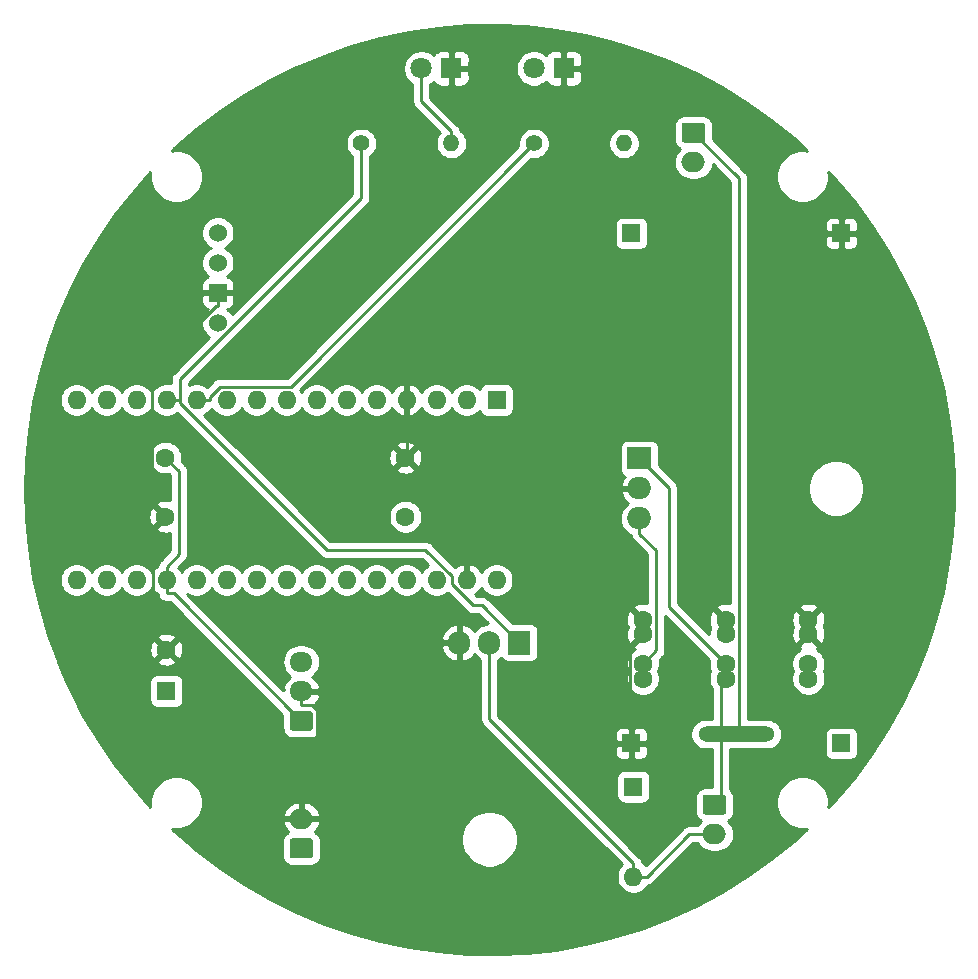
<source format=gbr>
G04 #@! TF.GenerationSoftware,KiCad,Pcbnew,5.1.6*
G04 #@! TF.CreationDate,2020-06-02T20:33:05+02:00*
G04 #@! TF.ProjectId,Levitator,4c657669-7461-4746-9f72-2e6b69636164,rev?*
G04 #@! TF.SameCoordinates,Original*
G04 #@! TF.FileFunction,Copper,L1,Top*
G04 #@! TF.FilePolarity,Positive*
%FSLAX46Y46*%
G04 Gerber Fmt 4.6, Leading zero omitted, Abs format (unit mm)*
G04 Created by KiCad (PCBNEW 5.1.6) date 2020-06-02 20:33:05*
%MOMM*%
%LPD*%
G01*
G04 APERTURE LIST*
G04 #@! TA.AperFunction,EtchedComponent*
%ADD10C,0.100000*%
G04 #@! TD*
G04 #@! TA.AperFunction,ComponentPad*
%ADD11C,1.524000*%
G04 #@! TD*
G04 #@! TA.AperFunction,ComponentPad*
%ADD12R,1.524000X1.524000*%
G04 #@! TD*
G04 #@! TA.AperFunction,ComponentPad*
%ADD13R,1.600000X1.600000*%
G04 #@! TD*
G04 #@! TA.AperFunction,ComponentPad*
%ADD14O,1.600000X1.600000*%
G04 #@! TD*
G04 #@! TA.AperFunction,ComponentPad*
%ADD15C,1.600000*%
G04 #@! TD*
G04 #@! TA.AperFunction,ComponentPad*
%ADD16R,1.800000X1.800000*%
G04 #@! TD*
G04 #@! TA.AperFunction,ComponentPad*
%ADD17C,1.800000*%
G04 #@! TD*
G04 #@! TA.AperFunction,ComponentPad*
%ADD18O,1.950000X1.700000*%
G04 #@! TD*
G04 #@! TA.AperFunction,ComponentPad*
%ADD19C,1.400000*%
G04 #@! TD*
G04 #@! TA.AperFunction,ComponentPad*
%ADD20O,1.400000X1.400000*%
G04 #@! TD*
G04 #@! TA.AperFunction,ComponentPad*
%ADD21O,1.905000X2.000000*%
G04 #@! TD*
G04 #@! TA.AperFunction,ComponentPad*
%ADD22R,1.905000X2.000000*%
G04 #@! TD*
G04 #@! TA.AperFunction,ComponentPad*
%ADD23O,2.000000X1.700000*%
G04 #@! TD*
G04 #@! TA.AperFunction,ViaPad*
%ADD24C,1.300000*%
G04 #@! TD*
G04 #@! TA.AperFunction,ComponentPad*
%ADD25R,2.000000X1.905000*%
G04 #@! TD*
G04 #@! TA.AperFunction,ComponentPad*
%ADD26O,2.000000X1.905000*%
G04 #@! TD*
G04 #@! TA.AperFunction,Conductor*
%ADD27C,0.250000*%
G04 #@! TD*
G04 #@! TA.AperFunction,Conductor*
%ADD28C,0.254000*%
G04 #@! TD*
G04 APERTURE END LIST*
D10*
G36*
X182350000Y-120550000D02*
G01*
X177150000Y-120550000D01*
X177150000Y-119250000D01*
X182350000Y-119250000D01*
X182350000Y-120550000D01*
G37*
D11*
X135860000Y-85090000D03*
D12*
X135860000Y-82550000D03*
D11*
X135860000Y-80010000D03*
X135860000Y-77470000D03*
D13*
X159450000Y-91600000D03*
D14*
X126430000Y-106840000D03*
X156910000Y-91600000D03*
X128970000Y-106840000D03*
X154370000Y-91600000D03*
X131510000Y-106840000D03*
X151830000Y-91600000D03*
X134050000Y-106840000D03*
X149290000Y-91600000D03*
X136590000Y-106840000D03*
X146750000Y-91600000D03*
X139130000Y-106840000D03*
X144210000Y-91600000D03*
X141670000Y-106840000D03*
X141670000Y-91600000D03*
X144210000Y-106840000D03*
X139130000Y-91600000D03*
X146750000Y-106840000D03*
X136590000Y-91600000D03*
X149290000Y-106840000D03*
X134050000Y-91600000D03*
X151830000Y-106840000D03*
X131510000Y-91600000D03*
X154370000Y-106840000D03*
X128970000Y-91600000D03*
X156910000Y-106840000D03*
X126430000Y-91600000D03*
X159450000Y-106840000D03*
X123890000Y-91600000D03*
X123890000Y-106840000D03*
D13*
X131495000Y-116245000D03*
D15*
X131495000Y-112745000D03*
X131418000Y-101486000D03*
X131418000Y-96486000D03*
X151738000Y-101486000D03*
X151738000Y-96486000D03*
D13*
X171042000Y-124346000D03*
D14*
X171042000Y-131966000D03*
D16*
X155625000Y-63540000D03*
D17*
X153085000Y-63540000D03*
X162610000Y-63540000D03*
D16*
X165150000Y-63540000D03*
G04 #@! TA.AperFunction,ComponentPad*
G36*
G01*
X143650000Y-119635000D02*
X142200000Y-119635000D01*
G75*
G02*
X141950000Y-119385000I0J250000D01*
G01*
X141950000Y-118185000D01*
G75*
G02*
X142200000Y-117935000I250000J0D01*
G01*
X143650000Y-117935000D01*
G75*
G02*
X143900000Y-118185000I0J-250000D01*
G01*
X143900000Y-119385000D01*
G75*
G02*
X143650000Y-119635000I-250000J0D01*
G01*
G37*
G04 #@! TD.AperFunction*
D18*
X142925000Y-116285000D03*
X142925000Y-113785000D03*
D19*
X148005000Y-69890000D03*
D20*
X155625000Y-69890000D03*
X170230000Y-69890000D03*
D19*
X162610000Y-69890000D03*
D21*
X156310000Y-112154000D03*
X158850000Y-112154000D03*
D22*
X161390000Y-112154000D03*
G04 #@! TA.AperFunction,ComponentPad*
G36*
G01*
X143675000Y-130430000D02*
X142175000Y-130430000D01*
G75*
G02*
X141925000Y-130180000I0J250000D01*
G01*
X141925000Y-128980000D01*
G75*
G02*
X142175000Y-128730000I250000J0D01*
G01*
X143675000Y-128730000D01*
G75*
G02*
X143925000Y-128980000I0J-250000D01*
G01*
X143925000Y-130180000D01*
G75*
G02*
X143675000Y-130430000I-250000J0D01*
G01*
G37*
G04 #@! TD.AperFunction*
D23*
X142925000Y-127080000D03*
X177900000Y-128370000D03*
G04 #@! TA.AperFunction,ComponentPad*
G36*
G01*
X177150000Y-125020000D02*
X178650000Y-125020000D01*
G75*
G02*
X178900000Y-125270000I0J-250000D01*
G01*
X178900000Y-126470000D01*
G75*
G02*
X178650000Y-126720000I-250000J0D01*
G01*
X177150000Y-126720000D01*
G75*
G02*
X176900000Y-126470000I0J250000D01*
G01*
X176900000Y-125270000D01*
G75*
G02*
X177150000Y-125020000I250000J0D01*
G01*
G37*
G04 #@! TD.AperFunction*
D12*
X170865000Y-77510000D03*
X188645000Y-77510000D03*
X170865000Y-120690000D03*
X188645000Y-120690000D03*
D15*
X185850000Y-110200000D03*
X185850000Y-115200000D03*
X185850000Y-111450000D03*
X185850000Y-113950000D03*
X178850000Y-113950000D03*
X178850000Y-111450000D03*
X178850000Y-115200000D03*
X178850000Y-110200000D03*
G04 #@! TA.AperFunction,ComponentPad*
G36*
G01*
X175372000Y-68124000D02*
X176872000Y-68124000D01*
G75*
G02*
X177122000Y-68374000I0J-250000D01*
G01*
X177122000Y-69574000D01*
G75*
G02*
X176872000Y-69824000I-250000J0D01*
G01*
X175372000Y-69824000D01*
G75*
G02*
X175122000Y-69574000I0J250000D01*
G01*
X175122000Y-68374000D01*
G75*
G02*
X175372000Y-68124000I250000J0D01*
G01*
G37*
G04 #@! TD.AperFunction*
D23*
X176122000Y-71474000D03*
D24*
X182350000Y-119900000D03*
X179750000Y-119900000D03*
X177150000Y-119900000D03*
D25*
X171550000Y-96560000D03*
D26*
X171550000Y-99100000D03*
X171550000Y-101640000D03*
D15*
X171850000Y-113950000D03*
X171850000Y-111450000D03*
X171850000Y-115200000D03*
X171850000Y-110200000D03*
D27*
X131510000Y-106840000D02*
X131510000Y-105714700D01*
X131418000Y-96486000D02*
X132570800Y-97638800D01*
X132570800Y-97638800D02*
X132570800Y-104653900D01*
X132570800Y-104653900D02*
X131510000Y-105714700D01*
X131510000Y-106840000D02*
X131510000Y-107965300D01*
X142925000Y-118785000D02*
X132105300Y-107965300D01*
X132105300Y-107965300D02*
X131510000Y-107965300D01*
X156910000Y-106840000D02*
X156910000Y-101658000D01*
X156910000Y-101658000D02*
X151738000Y-96486000D01*
X131418000Y-101486000D02*
X130292600Y-100360600D01*
X130292600Y-100360600D02*
X130292600Y-89068800D01*
X130292600Y-89068800D02*
X135724100Y-83637300D01*
X135724100Y-83637300D02*
X135860000Y-83637300D01*
X135860000Y-82550000D02*
X135860000Y-83637300D01*
X131418000Y-101486000D02*
X130382900Y-102521100D01*
X130382900Y-102521100D02*
X130382900Y-111632900D01*
X130382900Y-111632900D02*
X131495000Y-112745000D01*
X156310000Y-112154000D02*
X155032200Y-112154000D01*
X144226400Y-117880200D02*
X143806500Y-117460300D01*
X143806500Y-117460300D02*
X142925000Y-117460300D01*
X142925000Y-125904700D02*
X144226400Y-124603300D01*
X144226400Y-124603300D02*
X144226400Y-117880200D01*
X155032200Y-112154000D02*
X149306000Y-117880200D01*
X149306000Y-117880200D02*
X144226400Y-117880200D01*
X171850000Y-111450000D02*
X170714500Y-112585500D01*
X170714500Y-112585500D02*
X170714500Y-119452200D01*
X170714500Y-119452200D02*
X170865000Y-119602700D01*
X171850000Y-110200000D02*
X171850000Y-111450000D01*
X170865000Y-120690000D02*
X170865000Y-119602700D01*
X151738000Y-96486000D02*
X151830000Y-96394000D01*
X151830000Y-96394000D02*
X151830000Y-91600000D01*
X142925000Y-116285000D02*
X142925000Y-117460300D01*
X142925000Y-127080000D02*
X142925000Y-125904700D01*
X185850000Y-111450000D02*
X185850000Y-110200000D01*
X178850000Y-110200000D02*
X178850000Y-111450000D01*
X134050000Y-91600000D02*
X135175300Y-91600000D01*
X162610000Y-69890000D02*
X142025300Y-90474700D01*
X142025300Y-90474700D02*
X136019200Y-90474700D01*
X136019200Y-90474700D02*
X135175300Y-91318600D01*
X135175300Y-91318600D02*
X135175300Y-91600000D01*
X179750000Y-119900000D02*
X179987100Y-119662900D01*
X179987100Y-119662900D02*
X179987100Y-72839100D01*
X179987100Y-72839100D02*
X176122000Y-68974000D01*
X148005000Y-69890000D02*
X148005000Y-74505800D01*
X148005000Y-74505800D02*
X132635300Y-89875500D01*
X132635300Y-89875500D02*
X132635300Y-91600000D01*
X131510000Y-91600000D02*
X132635300Y-91600000D01*
X161390000Y-112154000D02*
X158224800Y-108988800D01*
X158224800Y-108988800D02*
X157461800Y-108988800D01*
X157461800Y-108988800D02*
X155640000Y-107167000D01*
X155640000Y-107167000D02*
X155640000Y-106505200D01*
X155640000Y-106505200D02*
X153434800Y-104300000D01*
X153434800Y-104300000D02*
X145054000Y-104300000D01*
X145054000Y-104300000D02*
X132635300Y-91881300D01*
X132635300Y-91881300D02*
X132635300Y-91600000D01*
X178850000Y-115200000D02*
X178450100Y-115599900D01*
X178450100Y-115599900D02*
X178450100Y-125319900D01*
X178450100Y-125319900D02*
X177900000Y-125870000D01*
X178850000Y-113950000D02*
X178850000Y-115200000D01*
X178850000Y-113950000D02*
X174017900Y-109117900D01*
X174017900Y-109117900D02*
X174017900Y-99027900D01*
X174017900Y-99027900D02*
X171550000Y-96560000D01*
X185850000Y-113950000D02*
X185850000Y-115200000D01*
X171042000Y-131966000D02*
X171042000Y-130840700D01*
X158850000Y-112154000D02*
X158850000Y-118648700D01*
X158850000Y-118648700D02*
X171042000Y-130840700D01*
X171042000Y-131966000D02*
X172167300Y-131966000D01*
X177900000Y-128370000D02*
X175763300Y-128370000D01*
X175763300Y-128370000D02*
X172167300Y-131966000D01*
X155625000Y-69890000D02*
X155625000Y-68864700D01*
X155625000Y-68864700D02*
X153085000Y-66324700D01*
X153085000Y-66324700D02*
X153085000Y-63540000D01*
X171850000Y-115200000D02*
X171850000Y-113950000D01*
X171550000Y-101640000D02*
X171550000Y-102917800D01*
X171550000Y-102917800D02*
X172977600Y-104345400D01*
X172977600Y-104345400D02*
X172977600Y-112822400D01*
X172977600Y-112822400D02*
X171850000Y-113950000D01*
D28*
G36*
X161967693Y-59983733D02*
G01*
X164448666Y-60260424D01*
X166907094Y-60693912D01*
X169333080Y-61282449D01*
X171716854Y-62023668D01*
X174048817Y-62914582D01*
X176319581Y-63951605D01*
X178520000Y-65130561D01*
X180641215Y-66446702D01*
X182674685Y-67894729D01*
X184612221Y-69468812D01*
X185723855Y-70495578D01*
X185570128Y-70465000D01*
X185129872Y-70465000D01*
X184698075Y-70550890D01*
X184291331Y-70719369D01*
X183925271Y-70963962D01*
X183613962Y-71275271D01*
X183369369Y-71641331D01*
X183200890Y-72048075D01*
X183115000Y-72479872D01*
X183115000Y-72920128D01*
X183200890Y-73351925D01*
X183369369Y-73758669D01*
X183613962Y-74124729D01*
X183925271Y-74436038D01*
X184291331Y-74680631D01*
X184698075Y-74849110D01*
X185129872Y-74935000D01*
X185570128Y-74935000D01*
X186001925Y-74849110D01*
X186408669Y-74680631D01*
X186774729Y-74436038D01*
X187086038Y-74124729D01*
X187330631Y-73758669D01*
X187499110Y-73351925D01*
X187585000Y-72920128D01*
X187585000Y-72479872D01*
X187554151Y-72324784D01*
X188168703Y-72969308D01*
X189773329Y-74881625D01*
X191253437Y-76891865D01*
X192603067Y-78991931D01*
X193816787Y-81173369D01*
X194889707Y-83427393D01*
X195817508Y-85744928D01*
X196596454Y-88116641D01*
X197223408Y-90532984D01*
X197695846Y-92984225D01*
X198011865Y-95460495D01*
X198170194Y-97951823D01*
X198170194Y-100448177D01*
X198011865Y-102939505D01*
X197695846Y-105415775D01*
X197223408Y-107867016D01*
X196596454Y-110283359D01*
X195817508Y-112655072D01*
X194889707Y-114972607D01*
X193816787Y-117226631D01*
X192603067Y-119408069D01*
X191253437Y-121508135D01*
X189773329Y-123518375D01*
X188168703Y-125430692D01*
X187554151Y-126075216D01*
X187585000Y-125920128D01*
X187585000Y-125479872D01*
X187499110Y-125048075D01*
X187330631Y-124641331D01*
X187086038Y-124275271D01*
X186774729Y-123963962D01*
X186408669Y-123719369D01*
X186001925Y-123550890D01*
X185570128Y-123465000D01*
X185129872Y-123465000D01*
X184698075Y-123550890D01*
X184291331Y-123719369D01*
X183925271Y-123963962D01*
X183613962Y-124275271D01*
X183369369Y-124641331D01*
X183200890Y-125048075D01*
X183115000Y-125479872D01*
X183115000Y-125920128D01*
X183200890Y-126351925D01*
X183369369Y-126758669D01*
X183613962Y-127124729D01*
X183925271Y-127436038D01*
X184291331Y-127680631D01*
X184698075Y-127849110D01*
X185129872Y-127935000D01*
X185570128Y-127935000D01*
X185723855Y-127904422D01*
X184612221Y-128931188D01*
X182674685Y-130505271D01*
X180641215Y-131953298D01*
X178520000Y-133269439D01*
X176319581Y-134448395D01*
X174048817Y-135485418D01*
X171716854Y-136376332D01*
X169333080Y-137117551D01*
X166907094Y-137706088D01*
X164448666Y-138139576D01*
X161967693Y-138416267D01*
X159474167Y-138535048D01*
X156978127Y-138495441D01*
X154489625Y-138297605D01*
X152018681Y-137942337D01*
X149575243Y-137431067D01*
X147169152Y-136765854D01*
X144810096Y-135949377D01*
X142507573Y-134984923D01*
X140270856Y-133876375D01*
X138108950Y-132628198D01*
X136030561Y-131245418D01*
X134044058Y-129733602D01*
X133174356Y-128980000D01*
X141286928Y-128980000D01*
X141286928Y-130180000D01*
X141303992Y-130353254D01*
X141354528Y-130519850D01*
X141436595Y-130673386D01*
X141547038Y-130807962D01*
X141681614Y-130918405D01*
X141835150Y-131000472D01*
X142001746Y-131051008D01*
X142175000Y-131068072D01*
X143675000Y-131068072D01*
X143848254Y-131051008D01*
X144014850Y-131000472D01*
X144168386Y-130918405D01*
X144302962Y-130807962D01*
X144413405Y-130673386D01*
X144495472Y-130519850D01*
X144546008Y-130353254D01*
X144563072Y-130180000D01*
X144563072Y-128980000D01*
X144546008Y-128806746D01*
X144495472Y-128640150D01*
X144462839Y-128579098D01*
X156465000Y-128579098D01*
X156465000Y-129048902D01*
X156556654Y-129509679D01*
X156736440Y-129943721D01*
X156997450Y-130334349D01*
X157329651Y-130666550D01*
X157720279Y-130927560D01*
X158154321Y-131107346D01*
X158615098Y-131199000D01*
X159084902Y-131199000D01*
X159545679Y-131107346D01*
X159979721Y-130927560D01*
X160370349Y-130666550D01*
X160702550Y-130334349D01*
X160963560Y-129943721D01*
X161143346Y-129509679D01*
X161235000Y-129048902D01*
X161235000Y-128579098D01*
X161143346Y-128118321D01*
X160963560Y-127684279D01*
X160702550Y-127293651D01*
X160370349Y-126961450D01*
X159979721Y-126700440D01*
X159545679Y-126520654D01*
X159084902Y-126429000D01*
X158615098Y-126429000D01*
X158154321Y-126520654D01*
X157720279Y-126700440D01*
X157329651Y-126961450D01*
X156997450Y-127293651D01*
X156736440Y-127684279D01*
X156556654Y-128118321D01*
X156465000Y-128579098D01*
X144462839Y-128579098D01*
X144413405Y-128486614D01*
X144302962Y-128352038D01*
X144168386Y-128241595D01*
X144066407Y-128187086D01*
X144066795Y-128186802D01*
X144263664Y-127972046D01*
X144414854Y-127723009D01*
X144514554Y-127449261D01*
X144516476Y-127436890D01*
X144395155Y-127207000D01*
X143052000Y-127207000D01*
X143052000Y-127227000D01*
X142798000Y-127227000D01*
X142798000Y-127207000D01*
X141454845Y-127207000D01*
X141333524Y-127436890D01*
X141335446Y-127449261D01*
X141435146Y-127723009D01*
X141586336Y-127972046D01*
X141783205Y-128186802D01*
X141783593Y-128187086D01*
X141681614Y-128241595D01*
X141547038Y-128352038D01*
X141436595Y-128486614D01*
X141354528Y-128640150D01*
X141303992Y-128806746D01*
X141286928Y-128980000D01*
X133174356Y-128980000D01*
X132157440Y-128098838D01*
X131955803Y-127900375D01*
X132129872Y-127935000D01*
X132570128Y-127935000D01*
X133001925Y-127849110D01*
X133408669Y-127680631D01*
X133774729Y-127436038D01*
X134086038Y-127124729D01*
X134330631Y-126758669D01*
X134345360Y-126723110D01*
X141333524Y-126723110D01*
X141454845Y-126953000D01*
X142798000Y-126953000D01*
X142798000Y-125752768D01*
X143052000Y-125752768D01*
X143052000Y-126953000D01*
X144395155Y-126953000D01*
X144516476Y-126723110D01*
X144514554Y-126710739D01*
X144414854Y-126436991D01*
X144263664Y-126187954D01*
X144066795Y-125973198D01*
X143831812Y-125800975D01*
X143567745Y-125677904D01*
X143284742Y-125608715D01*
X143052000Y-125752768D01*
X142798000Y-125752768D01*
X142565258Y-125608715D01*
X142282255Y-125677904D01*
X142018188Y-125800975D01*
X141783205Y-125973198D01*
X141586336Y-126187954D01*
X141435146Y-126436991D01*
X141335446Y-126710739D01*
X141333524Y-126723110D01*
X134345360Y-126723110D01*
X134499110Y-126351925D01*
X134585000Y-125920128D01*
X134585000Y-125479872D01*
X134499110Y-125048075D01*
X134330631Y-124641331D01*
X134086038Y-124275271D01*
X133774729Y-123963962D01*
X133408669Y-123719369D01*
X133001925Y-123550890D01*
X132570128Y-123465000D01*
X132129872Y-123465000D01*
X131698075Y-123550890D01*
X131291331Y-123719369D01*
X130925271Y-123963962D01*
X130613962Y-124275271D01*
X130369369Y-124641331D01*
X130200890Y-125048075D01*
X130115000Y-125479872D01*
X130115000Y-125920128D01*
X130149090Y-126091511D01*
X128713812Y-124487265D01*
X127170668Y-122524998D01*
X125755086Y-120468810D01*
X124472766Y-118326980D01*
X123328870Y-116108132D01*
X123038654Y-115445000D01*
X130056928Y-115445000D01*
X130056928Y-117045000D01*
X130069188Y-117169482D01*
X130105498Y-117289180D01*
X130164463Y-117399494D01*
X130243815Y-117496185D01*
X130340506Y-117575537D01*
X130450820Y-117634502D01*
X130570518Y-117670812D01*
X130695000Y-117683072D01*
X132295000Y-117683072D01*
X132419482Y-117670812D01*
X132539180Y-117634502D01*
X132649494Y-117575537D01*
X132746185Y-117496185D01*
X132825537Y-117399494D01*
X132884502Y-117289180D01*
X132920812Y-117169482D01*
X132933072Y-117045000D01*
X132933072Y-115445000D01*
X132920812Y-115320518D01*
X132884502Y-115200820D01*
X132825537Y-115090506D01*
X132746185Y-114993815D01*
X132649494Y-114914463D01*
X132539180Y-114855498D01*
X132419482Y-114819188D01*
X132295000Y-114806928D01*
X130695000Y-114806928D01*
X130570518Y-114819188D01*
X130450820Y-114855498D01*
X130340506Y-114914463D01*
X130243815Y-114993815D01*
X130164463Y-115090506D01*
X130105498Y-115200820D01*
X130069188Y-115320518D01*
X130056928Y-115445000D01*
X123038654Y-115445000D01*
X122328006Y-113821201D01*
X122297615Y-113737702D01*
X130681903Y-113737702D01*
X130753486Y-113981671D01*
X131008996Y-114102571D01*
X131283184Y-114171300D01*
X131565512Y-114185217D01*
X131845130Y-114143787D01*
X132111292Y-114048603D01*
X132236514Y-113981671D01*
X132308097Y-113737702D01*
X131495000Y-112924605D01*
X130681903Y-113737702D01*
X122297615Y-113737702D01*
X121961965Y-112815512D01*
X130054783Y-112815512D01*
X130096213Y-113095130D01*
X130191397Y-113361292D01*
X130258329Y-113486514D01*
X130502298Y-113558097D01*
X131315395Y-112745000D01*
X131674605Y-112745000D01*
X132487702Y-113558097D01*
X132731671Y-113486514D01*
X132852571Y-113231004D01*
X132921300Y-112956816D01*
X132935217Y-112674488D01*
X132893787Y-112394870D01*
X132798603Y-112128708D01*
X132731671Y-112003486D01*
X132487702Y-111931903D01*
X131674605Y-112745000D01*
X131315395Y-112745000D01*
X130502298Y-111931903D01*
X130258329Y-112003486D01*
X130137429Y-112258996D01*
X130068700Y-112533184D01*
X130054783Y-112815512D01*
X121961965Y-112815512D01*
X121574987Y-111752298D01*
X130681903Y-111752298D01*
X131495000Y-112565395D01*
X132308097Y-111752298D01*
X132236514Y-111508329D01*
X131981004Y-111387429D01*
X131706816Y-111318700D01*
X131424488Y-111304783D01*
X131144870Y-111346213D01*
X130878708Y-111441397D01*
X130753486Y-111508329D01*
X130681903Y-111752298D01*
X121574987Y-111752298D01*
X121474202Y-111475396D01*
X120770898Y-109080162D01*
X120220925Y-106645144D01*
X119826498Y-104180147D01*
X119589204Y-101695097D01*
X119584805Y-101556512D01*
X129977783Y-101556512D01*
X130019213Y-101836130D01*
X130114397Y-102102292D01*
X130181329Y-102227514D01*
X130425298Y-102299097D01*
X131238395Y-101486000D01*
X130425298Y-100672903D01*
X130181329Y-100744486D01*
X130060429Y-100999996D01*
X129991700Y-101274184D01*
X129977783Y-101556512D01*
X119584805Y-101556512D01*
X119510000Y-99200000D01*
X119589204Y-96704903D01*
X119826498Y-94219853D01*
X120220925Y-91754856D01*
X120287822Y-91458665D01*
X122455000Y-91458665D01*
X122455000Y-91741335D01*
X122510147Y-92018574D01*
X122618320Y-92279727D01*
X122775363Y-92514759D01*
X122975241Y-92714637D01*
X123210273Y-92871680D01*
X123471426Y-92979853D01*
X123748665Y-93035000D01*
X124031335Y-93035000D01*
X124308574Y-92979853D01*
X124569727Y-92871680D01*
X124804759Y-92714637D01*
X125004637Y-92514759D01*
X125160000Y-92282241D01*
X125315363Y-92514759D01*
X125515241Y-92714637D01*
X125750273Y-92871680D01*
X126011426Y-92979853D01*
X126288665Y-93035000D01*
X126571335Y-93035000D01*
X126848574Y-92979853D01*
X127109727Y-92871680D01*
X127344759Y-92714637D01*
X127544637Y-92514759D01*
X127700000Y-92282241D01*
X127855363Y-92514759D01*
X128055241Y-92714637D01*
X128290273Y-92871680D01*
X128551426Y-92979853D01*
X128828665Y-93035000D01*
X129111335Y-93035000D01*
X129388574Y-92979853D01*
X129649727Y-92871680D01*
X129884759Y-92714637D01*
X130084637Y-92514759D01*
X130240000Y-92282241D01*
X130395363Y-92514759D01*
X130595241Y-92714637D01*
X130830273Y-92871680D01*
X131091426Y-92979853D01*
X131368665Y-93035000D01*
X131651335Y-93035000D01*
X131928574Y-92979853D01*
X132189727Y-92871680D01*
X132406222Y-92727023D01*
X144490200Y-104811002D01*
X144513999Y-104840001D01*
X144542997Y-104863799D01*
X144629723Y-104934974D01*
X144714658Y-104980373D01*
X144761753Y-105005546D01*
X144905014Y-105049003D01*
X145016667Y-105060000D01*
X145016677Y-105060000D01*
X145054000Y-105063676D01*
X145091323Y-105060000D01*
X153119999Y-105060000D01*
X153653134Y-105593135D01*
X153455241Y-105725363D01*
X153255363Y-105925241D01*
X153100000Y-106157759D01*
X152944637Y-105925241D01*
X152744759Y-105725363D01*
X152509727Y-105568320D01*
X152248574Y-105460147D01*
X151971335Y-105405000D01*
X151688665Y-105405000D01*
X151411426Y-105460147D01*
X151150273Y-105568320D01*
X150915241Y-105725363D01*
X150715363Y-105925241D01*
X150560000Y-106157759D01*
X150404637Y-105925241D01*
X150204759Y-105725363D01*
X149969727Y-105568320D01*
X149708574Y-105460147D01*
X149431335Y-105405000D01*
X149148665Y-105405000D01*
X148871426Y-105460147D01*
X148610273Y-105568320D01*
X148375241Y-105725363D01*
X148175363Y-105925241D01*
X148020000Y-106157759D01*
X147864637Y-105925241D01*
X147664759Y-105725363D01*
X147429727Y-105568320D01*
X147168574Y-105460147D01*
X146891335Y-105405000D01*
X146608665Y-105405000D01*
X146331426Y-105460147D01*
X146070273Y-105568320D01*
X145835241Y-105725363D01*
X145635363Y-105925241D01*
X145480000Y-106157759D01*
X145324637Y-105925241D01*
X145124759Y-105725363D01*
X144889727Y-105568320D01*
X144628574Y-105460147D01*
X144351335Y-105405000D01*
X144068665Y-105405000D01*
X143791426Y-105460147D01*
X143530273Y-105568320D01*
X143295241Y-105725363D01*
X143095363Y-105925241D01*
X142940000Y-106157759D01*
X142784637Y-105925241D01*
X142584759Y-105725363D01*
X142349727Y-105568320D01*
X142088574Y-105460147D01*
X141811335Y-105405000D01*
X141528665Y-105405000D01*
X141251426Y-105460147D01*
X140990273Y-105568320D01*
X140755241Y-105725363D01*
X140555363Y-105925241D01*
X140400000Y-106157759D01*
X140244637Y-105925241D01*
X140044759Y-105725363D01*
X139809727Y-105568320D01*
X139548574Y-105460147D01*
X139271335Y-105405000D01*
X138988665Y-105405000D01*
X138711426Y-105460147D01*
X138450273Y-105568320D01*
X138215241Y-105725363D01*
X138015363Y-105925241D01*
X137860000Y-106157759D01*
X137704637Y-105925241D01*
X137504759Y-105725363D01*
X137269727Y-105568320D01*
X137008574Y-105460147D01*
X136731335Y-105405000D01*
X136448665Y-105405000D01*
X136171426Y-105460147D01*
X135910273Y-105568320D01*
X135675241Y-105725363D01*
X135475363Y-105925241D01*
X135320000Y-106157759D01*
X135164637Y-105925241D01*
X134964759Y-105725363D01*
X134729727Y-105568320D01*
X134468574Y-105460147D01*
X134191335Y-105405000D01*
X133908665Y-105405000D01*
X133631426Y-105460147D01*
X133370273Y-105568320D01*
X133135241Y-105725363D01*
X132935363Y-105925241D01*
X132780000Y-106157759D01*
X132624637Y-105925241D01*
X132499449Y-105800053D01*
X133081803Y-105217699D01*
X133110801Y-105193901D01*
X133205774Y-105078176D01*
X133276346Y-104946147D01*
X133319803Y-104802886D01*
X133330800Y-104691233D01*
X133330800Y-104691225D01*
X133334476Y-104653900D01*
X133330800Y-104616575D01*
X133330800Y-97676122D01*
X133334476Y-97638799D01*
X133330800Y-97601476D01*
X133330800Y-97601467D01*
X133319803Y-97489814D01*
X133276346Y-97346553D01*
X133205774Y-97214524D01*
X133192611Y-97198485D01*
X133134599Y-97127796D01*
X133134595Y-97127792D01*
X133110801Y-97098799D01*
X133081809Y-97075006D01*
X132816688Y-96809885D01*
X132853000Y-96627335D01*
X132853000Y-96344665D01*
X132797853Y-96067426D01*
X132689680Y-95806273D01*
X132532637Y-95571241D01*
X132332759Y-95371363D01*
X132097727Y-95214320D01*
X131836574Y-95106147D01*
X131559335Y-95051000D01*
X131276665Y-95051000D01*
X130999426Y-95106147D01*
X130738273Y-95214320D01*
X130503241Y-95371363D01*
X130303363Y-95571241D01*
X130146320Y-95806273D01*
X130038147Y-96067426D01*
X129983000Y-96344665D01*
X129983000Y-96627335D01*
X130038147Y-96904574D01*
X130146320Y-97165727D01*
X130303363Y-97400759D01*
X130503241Y-97600637D01*
X130738273Y-97757680D01*
X130999426Y-97865853D01*
X131276665Y-97921000D01*
X131559335Y-97921000D01*
X131741885Y-97884688D01*
X131810800Y-97953603D01*
X131810800Y-100105066D01*
X131629816Y-100059700D01*
X131347488Y-100045783D01*
X131067870Y-100087213D01*
X130801708Y-100182397D01*
X130676486Y-100249329D01*
X130604903Y-100493298D01*
X131418000Y-101306395D01*
X131432143Y-101292253D01*
X131611748Y-101471858D01*
X131597605Y-101486000D01*
X131611748Y-101500143D01*
X131432143Y-101679748D01*
X131418000Y-101665605D01*
X130604903Y-102478702D01*
X130676486Y-102722671D01*
X130931996Y-102843571D01*
X131206184Y-102912300D01*
X131488512Y-102926217D01*
X131768130Y-102884787D01*
X131810801Y-102869527D01*
X131810801Y-104339097D01*
X130998998Y-105150901D01*
X130970000Y-105174699D01*
X130946202Y-105203697D01*
X130946201Y-105203698D01*
X130875026Y-105290424D01*
X130804454Y-105422454D01*
X130784343Y-105488754D01*
X130760998Y-105565714D01*
X130756738Y-105608963D01*
X130755843Y-105618052D01*
X130595241Y-105725363D01*
X130395363Y-105925241D01*
X130240000Y-106157759D01*
X130084637Y-105925241D01*
X129884759Y-105725363D01*
X129649727Y-105568320D01*
X129388574Y-105460147D01*
X129111335Y-105405000D01*
X128828665Y-105405000D01*
X128551426Y-105460147D01*
X128290273Y-105568320D01*
X128055241Y-105725363D01*
X127855363Y-105925241D01*
X127700000Y-106157759D01*
X127544637Y-105925241D01*
X127344759Y-105725363D01*
X127109727Y-105568320D01*
X126848574Y-105460147D01*
X126571335Y-105405000D01*
X126288665Y-105405000D01*
X126011426Y-105460147D01*
X125750273Y-105568320D01*
X125515241Y-105725363D01*
X125315363Y-105925241D01*
X125160000Y-106157759D01*
X125004637Y-105925241D01*
X124804759Y-105725363D01*
X124569727Y-105568320D01*
X124308574Y-105460147D01*
X124031335Y-105405000D01*
X123748665Y-105405000D01*
X123471426Y-105460147D01*
X123210273Y-105568320D01*
X122975241Y-105725363D01*
X122775363Y-105925241D01*
X122618320Y-106160273D01*
X122510147Y-106421426D01*
X122455000Y-106698665D01*
X122455000Y-106981335D01*
X122510147Y-107258574D01*
X122618320Y-107519727D01*
X122775363Y-107754759D01*
X122975241Y-107954637D01*
X123210273Y-108111680D01*
X123471426Y-108219853D01*
X123748665Y-108275000D01*
X124031335Y-108275000D01*
X124308574Y-108219853D01*
X124569727Y-108111680D01*
X124804759Y-107954637D01*
X125004637Y-107754759D01*
X125160000Y-107522241D01*
X125315363Y-107754759D01*
X125515241Y-107954637D01*
X125750273Y-108111680D01*
X126011426Y-108219853D01*
X126288665Y-108275000D01*
X126571335Y-108275000D01*
X126848574Y-108219853D01*
X127109727Y-108111680D01*
X127344759Y-107954637D01*
X127544637Y-107754759D01*
X127700000Y-107522241D01*
X127855363Y-107754759D01*
X128055241Y-107954637D01*
X128290273Y-108111680D01*
X128551426Y-108219853D01*
X128828665Y-108275000D01*
X129111335Y-108275000D01*
X129388574Y-108219853D01*
X129649727Y-108111680D01*
X129884759Y-107954637D01*
X130084637Y-107754759D01*
X130240000Y-107522241D01*
X130395363Y-107754759D01*
X130595241Y-107954637D01*
X130755842Y-108061947D01*
X130760997Y-108114286D01*
X130804454Y-108257547D01*
X130875026Y-108389576D01*
X130969999Y-108505301D01*
X131085724Y-108600274D01*
X131217753Y-108670846D01*
X131361014Y-108714303D01*
X131472667Y-108725300D01*
X131510000Y-108728977D01*
X131547333Y-108725300D01*
X131790499Y-108725300D01*
X141311928Y-118246731D01*
X141311928Y-119385000D01*
X141328992Y-119558254D01*
X141379528Y-119724850D01*
X141461595Y-119878386D01*
X141572038Y-120012962D01*
X141706614Y-120123405D01*
X141860150Y-120205472D01*
X142026746Y-120256008D01*
X142200000Y-120273072D01*
X143650000Y-120273072D01*
X143823254Y-120256008D01*
X143989850Y-120205472D01*
X144143386Y-120123405D01*
X144277962Y-120012962D01*
X144388405Y-119878386D01*
X144470472Y-119724850D01*
X144521008Y-119558254D01*
X144538072Y-119385000D01*
X144538072Y-118185000D01*
X144521008Y-118011746D01*
X144470472Y-117845150D01*
X144388405Y-117691614D01*
X144277962Y-117557038D01*
X144143386Y-117446595D01*
X144038039Y-117390286D01*
X144059429Y-117374049D01*
X144252496Y-117156193D01*
X144399352Y-116904858D01*
X144491476Y-116641890D01*
X144370155Y-116412000D01*
X143052000Y-116412000D01*
X143052000Y-116432000D01*
X142798000Y-116432000D01*
X142798000Y-116412000D01*
X142778000Y-116412000D01*
X142778000Y-116158000D01*
X142798000Y-116158000D01*
X142798000Y-116138000D01*
X143052000Y-116138000D01*
X143052000Y-116158000D01*
X144370155Y-116158000D01*
X144491476Y-115928110D01*
X144399352Y-115665142D01*
X144252496Y-115413807D01*
X144059429Y-115195951D01*
X143853278Y-115039462D01*
X143879014Y-115025706D01*
X144105134Y-114840134D01*
X144290706Y-114614014D01*
X144428599Y-114356034D01*
X144513513Y-114076111D01*
X144542185Y-113785000D01*
X144513513Y-113493889D01*
X144428599Y-113213966D01*
X144290706Y-112955986D01*
X144105134Y-112729866D01*
X143879014Y-112544294D01*
X143848274Y-112527863D01*
X154757622Y-112527863D01*
X154851121Y-112824446D01*
X155000684Y-113097089D01*
X155200563Y-113335315D01*
X155443077Y-113529969D01*
X155718906Y-113673571D01*
X155937020Y-113744563D01*
X156183000Y-113624594D01*
X156183000Y-112281000D01*
X154884430Y-112281000D01*
X154757622Y-112527863D01*
X143848274Y-112527863D01*
X143621034Y-112406401D01*
X143341111Y-112321487D01*
X143122950Y-112300000D01*
X142727050Y-112300000D01*
X142508889Y-112321487D01*
X142228966Y-112406401D01*
X141970986Y-112544294D01*
X141744866Y-112729866D01*
X141559294Y-112955986D01*
X141421401Y-113213966D01*
X141336487Y-113493889D01*
X141307815Y-113785000D01*
X141336487Y-114076111D01*
X141421401Y-114356034D01*
X141559294Y-114614014D01*
X141744866Y-114840134D01*
X141970986Y-115025706D01*
X141996722Y-115039462D01*
X141790571Y-115195951D01*
X141597504Y-115413807D01*
X141450648Y-115665142D01*
X141358524Y-115928110D01*
X141479844Y-116157998D01*
X141372801Y-116157998D01*
X136994939Y-111780137D01*
X154757622Y-111780137D01*
X154884430Y-112027000D01*
X156183000Y-112027000D01*
X156183000Y-110683406D01*
X155937020Y-110563437D01*
X155718906Y-110634429D01*
X155443077Y-110778031D01*
X155200563Y-110972685D01*
X155000684Y-111210911D01*
X154851121Y-111483554D01*
X154757622Y-111780137D01*
X136994939Y-111780137D01*
X133238299Y-108023498D01*
X133370273Y-108111680D01*
X133631426Y-108219853D01*
X133908665Y-108275000D01*
X134191335Y-108275000D01*
X134468574Y-108219853D01*
X134729727Y-108111680D01*
X134964759Y-107954637D01*
X135164637Y-107754759D01*
X135320000Y-107522241D01*
X135475363Y-107754759D01*
X135675241Y-107954637D01*
X135910273Y-108111680D01*
X136171426Y-108219853D01*
X136448665Y-108275000D01*
X136731335Y-108275000D01*
X137008574Y-108219853D01*
X137269727Y-108111680D01*
X137504759Y-107954637D01*
X137704637Y-107754759D01*
X137860000Y-107522241D01*
X138015363Y-107754759D01*
X138215241Y-107954637D01*
X138450273Y-108111680D01*
X138711426Y-108219853D01*
X138988665Y-108275000D01*
X139271335Y-108275000D01*
X139548574Y-108219853D01*
X139809727Y-108111680D01*
X140044759Y-107954637D01*
X140244637Y-107754759D01*
X140400000Y-107522241D01*
X140555363Y-107754759D01*
X140755241Y-107954637D01*
X140990273Y-108111680D01*
X141251426Y-108219853D01*
X141528665Y-108275000D01*
X141811335Y-108275000D01*
X142088574Y-108219853D01*
X142349727Y-108111680D01*
X142584759Y-107954637D01*
X142784637Y-107754759D01*
X142940000Y-107522241D01*
X143095363Y-107754759D01*
X143295241Y-107954637D01*
X143530273Y-108111680D01*
X143791426Y-108219853D01*
X144068665Y-108275000D01*
X144351335Y-108275000D01*
X144628574Y-108219853D01*
X144889727Y-108111680D01*
X145124759Y-107954637D01*
X145324637Y-107754759D01*
X145480000Y-107522241D01*
X145635363Y-107754759D01*
X145835241Y-107954637D01*
X146070273Y-108111680D01*
X146331426Y-108219853D01*
X146608665Y-108275000D01*
X146891335Y-108275000D01*
X147168574Y-108219853D01*
X147429727Y-108111680D01*
X147664759Y-107954637D01*
X147864637Y-107754759D01*
X148020000Y-107522241D01*
X148175363Y-107754759D01*
X148375241Y-107954637D01*
X148610273Y-108111680D01*
X148871426Y-108219853D01*
X149148665Y-108275000D01*
X149431335Y-108275000D01*
X149708574Y-108219853D01*
X149969727Y-108111680D01*
X150204759Y-107954637D01*
X150404637Y-107754759D01*
X150560000Y-107522241D01*
X150715363Y-107754759D01*
X150915241Y-107954637D01*
X151150273Y-108111680D01*
X151411426Y-108219853D01*
X151688665Y-108275000D01*
X151971335Y-108275000D01*
X152248574Y-108219853D01*
X152509727Y-108111680D01*
X152744759Y-107954637D01*
X152944637Y-107754759D01*
X153100000Y-107522241D01*
X153255363Y-107754759D01*
X153455241Y-107954637D01*
X153690273Y-108111680D01*
X153951426Y-108219853D01*
X154228665Y-108275000D01*
X154511335Y-108275000D01*
X154788574Y-108219853D01*
X155049727Y-108111680D01*
X155284759Y-107954637D01*
X155318797Y-107920599D01*
X156898000Y-109499802D01*
X156921799Y-109528801D01*
X157037524Y-109623774D01*
X157169553Y-109694346D01*
X157312814Y-109737803D01*
X157424467Y-109748800D01*
X157424476Y-109748800D01*
X157461799Y-109752476D01*
X157499122Y-109748800D01*
X157909999Y-109748800D01*
X158688431Y-110527232D01*
X158538797Y-110541970D01*
X158239552Y-110632745D01*
X157963766Y-110780155D01*
X157722037Y-110978537D01*
X157574837Y-111157899D01*
X157419437Y-110972685D01*
X157176923Y-110778031D01*
X156901094Y-110634429D01*
X156682980Y-110563437D01*
X156437000Y-110683406D01*
X156437000Y-112027000D01*
X156457000Y-112027000D01*
X156457000Y-112281000D01*
X156437000Y-112281000D01*
X156437000Y-113624594D01*
X156682980Y-113744563D01*
X156901094Y-113673571D01*
X157176923Y-113529969D01*
X157419437Y-113335315D01*
X157574838Y-113150100D01*
X157722037Y-113329463D01*
X157963765Y-113527845D01*
X158090000Y-113595319D01*
X158090001Y-118611368D01*
X158086324Y-118648700D01*
X158090001Y-118686033D01*
X158100863Y-118796310D01*
X158100998Y-118797685D01*
X158144454Y-118940946D01*
X158215026Y-119072976D01*
X158286201Y-119159702D01*
X158310000Y-119188701D01*
X158338998Y-119212499D01*
X170052551Y-130926053D01*
X169927363Y-131051241D01*
X169770320Y-131286273D01*
X169662147Y-131547426D01*
X169607000Y-131824665D01*
X169607000Y-132107335D01*
X169662147Y-132384574D01*
X169770320Y-132645727D01*
X169927363Y-132880759D01*
X170127241Y-133080637D01*
X170362273Y-133237680D01*
X170623426Y-133345853D01*
X170900665Y-133401000D01*
X171183335Y-133401000D01*
X171460574Y-133345853D01*
X171721727Y-133237680D01*
X171956759Y-133080637D01*
X172156637Y-132880759D01*
X172263947Y-132720158D01*
X172316286Y-132715003D01*
X172459547Y-132671546D01*
X172591576Y-132600974D01*
X172707301Y-132506001D01*
X172731104Y-132476997D01*
X176078102Y-129130000D01*
X176472405Y-129130000D01*
X176509294Y-129199014D01*
X176694866Y-129425134D01*
X176920986Y-129610706D01*
X177178966Y-129748599D01*
X177458889Y-129833513D01*
X177677050Y-129855000D01*
X178122950Y-129855000D01*
X178341111Y-129833513D01*
X178621034Y-129748599D01*
X178879014Y-129610706D01*
X179105134Y-129425134D01*
X179290706Y-129199014D01*
X179428599Y-128941034D01*
X179513513Y-128661111D01*
X179542185Y-128370000D01*
X179513513Y-128078889D01*
X179428599Y-127798966D01*
X179290706Y-127540986D01*
X179105134Y-127314866D01*
X179041663Y-127262777D01*
X179143386Y-127208405D01*
X179277962Y-127097962D01*
X179388405Y-126963386D01*
X179470472Y-126809850D01*
X179521008Y-126643254D01*
X179538072Y-126470000D01*
X179538072Y-125270000D01*
X179521008Y-125096746D01*
X179470472Y-124930150D01*
X179388405Y-124776614D01*
X179277962Y-124642038D01*
X179210100Y-124586345D01*
X179210100Y-121185000D01*
X182476561Y-121185000D01*
X182724821Y-121135619D01*
X182958676Y-121038753D01*
X183169140Y-120898125D01*
X183348125Y-120719140D01*
X183488753Y-120508676D01*
X183585619Y-120274821D01*
X183635000Y-120026561D01*
X183635000Y-119928000D01*
X187244928Y-119928000D01*
X187244928Y-121452000D01*
X187257188Y-121576482D01*
X187293498Y-121696180D01*
X187352463Y-121806494D01*
X187431815Y-121903185D01*
X187528506Y-121982537D01*
X187638820Y-122041502D01*
X187758518Y-122077812D01*
X187883000Y-122090072D01*
X189407000Y-122090072D01*
X189531482Y-122077812D01*
X189651180Y-122041502D01*
X189761494Y-121982537D01*
X189858185Y-121903185D01*
X189937537Y-121806494D01*
X189996502Y-121696180D01*
X190032812Y-121576482D01*
X190045072Y-121452000D01*
X190045072Y-119928000D01*
X190032812Y-119803518D01*
X189996502Y-119683820D01*
X189937537Y-119573506D01*
X189858185Y-119476815D01*
X189761494Y-119397463D01*
X189651180Y-119338498D01*
X189531482Y-119302188D01*
X189407000Y-119289928D01*
X187883000Y-119289928D01*
X187758518Y-119302188D01*
X187638820Y-119338498D01*
X187528506Y-119397463D01*
X187431815Y-119476815D01*
X187352463Y-119573506D01*
X187293498Y-119683820D01*
X187257188Y-119803518D01*
X187244928Y-119928000D01*
X183635000Y-119928000D01*
X183635000Y-119773439D01*
X183585619Y-119525179D01*
X183488753Y-119291324D01*
X183348125Y-119080860D01*
X183169140Y-118901875D01*
X182958676Y-118761247D01*
X182724821Y-118664381D01*
X182476561Y-118615000D01*
X180747100Y-118615000D01*
X180747100Y-110270512D01*
X184409783Y-110270512D01*
X184451213Y-110550130D01*
X184546397Y-110816292D01*
X184554842Y-110832092D01*
X184492429Y-110963996D01*
X184423700Y-111238184D01*
X184409783Y-111520512D01*
X184451213Y-111800130D01*
X184546397Y-112066292D01*
X184613329Y-112191514D01*
X184857298Y-112263097D01*
X185522974Y-111597421D01*
X185638184Y-111626300D01*
X185843199Y-111636406D01*
X185036903Y-112442702D01*
X185108486Y-112686671D01*
X185137341Y-112700324D01*
X184935241Y-112835363D01*
X184735363Y-113035241D01*
X184578320Y-113270273D01*
X184470147Y-113531426D01*
X184415000Y-113808665D01*
X184415000Y-114091335D01*
X184470147Y-114368574D01*
X184555651Y-114575000D01*
X184470147Y-114781426D01*
X184415000Y-115058665D01*
X184415000Y-115341335D01*
X184470147Y-115618574D01*
X184578320Y-115879727D01*
X184735363Y-116114759D01*
X184935241Y-116314637D01*
X185170273Y-116471680D01*
X185431426Y-116579853D01*
X185708665Y-116635000D01*
X185991335Y-116635000D01*
X186268574Y-116579853D01*
X186529727Y-116471680D01*
X186764759Y-116314637D01*
X186964637Y-116114759D01*
X187121680Y-115879727D01*
X187229853Y-115618574D01*
X187285000Y-115341335D01*
X187285000Y-115058665D01*
X187229853Y-114781426D01*
X187144349Y-114575000D01*
X187229853Y-114368574D01*
X187285000Y-114091335D01*
X187285000Y-113808665D01*
X187229853Y-113531426D01*
X187121680Y-113270273D01*
X186964637Y-113035241D01*
X186764759Y-112835363D01*
X186564131Y-112701308D01*
X186591514Y-112686671D01*
X186663097Y-112442702D01*
X185857506Y-111637111D01*
X185920512Y-111640217D01*
X186181197Y-111601592D01*
X186842702Y-112263097D01*
X187086671Y-112191514D01*
X187207571Y-111936004D01*
X187276300Y-111661816D01*
X187290217Y-111379488D01*
X187248787Y-111099870D01*
X187153603Y-110833708D01*
X187145158Y-110817908D01*
X187207571Y-110686004D01*
X187276300Y-110411816D01*
X187290217Y-110129488D01*
X187248787Y-109849870D01*
X187153603Y-109583708D01*
X187086671Y-109458486D01*
X186842702Y-109386903D01*
X186177026Y-110052579D01*
X186061816Y-110023700D01*
X185856801Y-110013594D01*
X186663097Y-109207298D01*
X186591514Y-108963329D01*
X186336004Y-108842429D01*
X186061816Y-108773700D01*
X185779488Y-108759783D01*
X185499870Y-108801213D01*
X185233708Y-108896397D01*
X185108486Y-108963329D01*
X185036903Y-109207298D01*
X185842494Y-110012889D01*
X185779488Y-110009783D01*
X185518803Y-110048408D01*
X184857298Y-109386903D01*
X184613329Y-109458486D01*
X184492429Y-109713996D01*
X184423700Y-109988184D01*
X184409783Y-110270512D01*
X180747100Y-110270512D01*
X180747100Y-98865098D01*
X185825000Y-98865098D01*
X185825000Y-99334902D01*
X185916654Y-99795679D01*
X186096440Y-100229721D01*
X186357450Y-100620349D01*
X186689651Y-100952550D01*
X187080279Y-101213560D01*
X187514321Y-101393346D01*
X187975098Y-101485000D01*
X188444902Y-101485000D01*
X188905679Y-101393346D01*
X189339721Y-101213560D01*
X189730349Y-100952550D01*
X190062550Y-100620349D01*
X190323560Y-100229721D01*
X190503346Y-99795679D01*
X190595000Y-99334902D01*
X190595000Y-98865098D01*
X190503346Y-98404321D01*
X190323560Y-97970279D01*
X190062550Y-97579651D01*
X189730349Y-97247450D01*
X189339721Y-96986440D01*
X188905679Y-96806654D01*
X188444902Y-96715000D01*
X187975098Y-96715000D01*
X187514321Y-96806654D01*
X187080279Y-96986440D01*
X186689651Y-97247450D01*
X186357450Y-97579651D01*
X186096440Y-97970279D01*
X185916654Y-98404321D01*
X185825000Y-98865098D01*
X180747100Y-98865098D01*
X180747100Y-78272000D01*
X187244928Y-78272000D01*
X187257188Y-78396482D01*
X187293498Y-78516180D01*
X187352463Y-78626494D01*
X187431815Y-78723185D01*
X187528506Y-78802537D01*
X187638820Y-78861502D01*
X187758518Y-78897812D01*
X187883000Y-78910072D01*
X188359250Y-78907000D01*
X188518000Y-78748250D01*
X188518000Y-77637000D01*
X188772000Y-77637000D01*
X188772000Y-78748250D01*
X188930750Y-78907000D01*
X189407000Y-78910072D01*
X189531482Y-78897812D01*
X189651180Y-78861502D01*
X189761494Y-78802537D01*
X189858185Y-78723185D01*
X189937537Y-78626494D01*
X189996502Y-78516180D01*
X190032812Y-78396482D01*
X190045072Y-78272000D01*
X190042000Y-77795750D01*
X189883250Y-77637000D01*
X188772000Y-77637000D01*
X188518000Y-77637000D01*
X187406750Y-77637000D01*
X187248000Y-77795750D01*
X187244928Y-78272000D01*
X180747100Y-78272000D01*
X180747100Y-76748000D01*
X187244928Y-76748000D01*
X187248000Y-77224250D01*
X187406750Y-77383000D01*
X188518000Y-77383000D01*
X188518000Y-76271750D01*
X188772000Y-76271750D01*
X188772000Y-77383000D01*
X189883250Y-77383000D01*
X190042000Y-77224250D01*
X190045072Y-76748000D01*
X190032812Y-76623518D01*
X189996502Y-76503820D01*
X189937537Y-76393506D01*
X189858185Y-76296815D01*
X189761494Y-76217463D01*
X189651180Y-76158498D01*
X189531482Y-76122188D01*
X189407000Y-76109928D01*
X188930750Y-76113000D01*
X188772000Y-76271750D01*
X188518000Y-76271750D01*
X188359250Y-76113000D01*
X187883000Y-76109928D01*
X187758518Y-76122188D01*
X187638820Y-76158498D01*
X187528506Y-76217463D01*
X187431815Y-76296815D01*
X187352463Y-76393506D01*
X187293498Y-76503820D01*
X187257188Y-76623518D01*
X187244928Y-76748000D01*
X180747100Y-76748000D01*
X180747100Y-72876423D01*
X180750776Y-72839100D01*
X180747100Y-72801777D01*
X180747100Y-72801767D01*
X180736103Y-72690114D01*
X180692646Y-72546853D01*
X180622074Y-72414824D01*
X180527101Y-72299099D01*
X180498103Y-72275301D01*
X177760072Y-69537271D01*
X177760072Y-68374000D01*
X177743008Y-68200746D01*
X177692472Y-68034150D01*
X177610405Y-67880614D01*
X177499962Y-67746038D01*
X177365386Y-67635595D01*
X177211850Y-67553528D01*
X177045254Y-67502992D01*
X176872000Y-67485928D01*
X175372000Y-67485928D01*
X175198746Y-67502992D01*
X175032150Y-67553528D01*
X174878614Y-67635595D01*
X174744038Y-67746038D01*
X174633595Y-67880614D01*
X174551528Y-68034150D01*
X174500992Y-68200746D01*
X174483928Y-68374000D01*
X174483928Y-69574000D01*
X174500992Y-69747254D01*
X174551528Y-69913850D01*
X174633595Y-70067386D01*
X174744038Y-70201962D01*
X174878614Y-70312405D01*
X174980337Y-70366777D01*
X174916866Y-70418866D01*
X174731294Y-70644986D01*
X174593401Y-70902966D01*
X174508487Y-71182889D01*
X174479815Y-71474000D01*
X174508487Y-71765111D01*
X174593401Y-72045034D01*
X174731294Y-72303014D01*
X174916866Y-72529134D01*
X175142986Y-72714706D01*
X175400966Y-72852599D01*
X175680889Y-72937513D01*
X175899050Y-72959000D01*
X176344950Y-72959000D01*
X176563111Y-72937513D01*
X176843034Y-72852599D01*
X177101014Y-72714706D01*
X177327134Y-72529134D01*
X177512706Y-72303014D01*
X177650599Y-72045034D01*
X177735513Y-71765111D01*
X177744730Y-71671531D01*
X179227101Y-73153903D01*
X179227100Y-108815131D01*
X179061816Y-108773700D01*
X178779488Y-108759783D01*
X178499870Y-108801213D01*
X178233708Y-108896397D01*
X178108486Y-108963329D01*
X178036903Y-109207298D01*
X178842494Y-110012889D01*
X178779488Y-110009783D01*
X178518803Y-110048408D01*
X177857298Y-109386903D01*
X177613329Y-109458486D01*
X177492429Y-109713996D01*
X177423700Y-109988184D01*
X177409783Y-110270512D01*
X177451213Y-110550130D01*
X177546397Y-110816292D01*
X177554842Y-110832092D01*
X177492429Y-110963996D01*
X177423700Y-111238184D01*
X177413801Y-111438999D01*
X174777900Y-108803099D01*
X174777900Y-99065225D01*
X174781576Y-99027900D01*
X174777900Y-98990575D01*
X174777900Y-98990567D01*
X174766903Y-98878914D01*
X174723446Y-98735653D01*
X174652874Y-98603624D01*
X174557901Y-98487899D01*
X174528903Y-98464101D01*
X173188072Y-97123271D01*
X173188072Y-95607500D01*
X173175812Y-95483018D01*
X173139502Y-95363320D01*
X173080537Y-95253006D01*
X173001185Y-95156315D01*
X172904494Y-95076963D01*
X172794180Y-95017998D01*
X172674482Y-94981688D01*
X172550000Y-94969428D01*
X170550000Y-94969428D01*
X170425518Y-94981688D01*
X170305820Y-95017998D01*
X170195506Y-95076963D01*
X170098815Y-95156315D01*
X170019463Y-95253006D01*
X169960498Y-95363320D01*
X169924188Y-95483018D01*
X169911928Y-95607500D01*
X169911928Y-97512500D01*
X169924188Y-97636982D01*
X169960498Y-97756680D01*
X170019463Y-97866994D01*
X170098815Y-97963685D01*
X170195506Y-98043037D01*
X170287219Y-98092059D01*
X170174031Y-98233077D01*
X170030429Y-98508906D01*
X169959437Y-98727020D01*
X170079406Y-98973000D01*
X171423000Y-98973000D01*
X171423000Y-98953000D01*
X171677000Y-98953000D01*
X171677000Y-98973000D01*
X171697000Y-98973000D01*
X171697000Y-99227000D01*
X171677000Y-99227000D01*
X171677000Y-99247000D01*
X171423000Y-99247000D01*
X171423000Y-99227000D01*
X170079406Y-99227000D01*
X169959437Y-99472980D01*
X170030429Y-99691094D01*
X170174031Y-99966923D01*
X170368685Y-100209437D01*
X170553899Y-100364837D01*
X170374537Y-100512037D01*
X170176155Y-100753765D01*
X170028745Y-101029551D01*
X169937970Y-101328796D01*
X169907319Y-101640000D01*
X169937970Y-101951204D01*
X170028745Y-102250449D01*
X170176155Y-102526235D01*
X170374537Y-102767963D01*
X170616265Y-102966345D01*
X170800821Y-103064992D01*
X170800998Y-103066785D01*
X170844454Y-103210046D01*
X170915026Y-103342076D01*
X170986201Y-103428802D01*
X171010000Y-103457801D01*
X171038998Y-103481599D01*
X172217600Y-104660202D01*
X172217601Y-108812750D01*
X172061816Y-108773700D01*
X171779488Y-108759783D01*
X171499870Y-108801213D01*
X171233708Y-108896397D01*
X171108486Y-108963329D01*
X171036903Y-109207298D01*
X171842494Y-110012889D01*
X171779488Y-110009783D01*
X171518803Y-110048408D01*
X170857298Y-109386903D01*
X170613329Y-109458486D01*
X170492429Y-109713996D01*
X170423700Y-109988184D01*
X170409783Y-110270512D01*
X170451213Y-110550130D01*
X170546397Y-110816292D01*
X170554842Y-110832092D01*
X170492429Y-110963996D01*
X170423700Y-111238184D01*
X170409783Y-111520512D01*
X170451213Y-111800130D01*
X170546397Y-112066292D01*
X170613329Y-112191514D01*
X170857298Y-112263097D01*
X171522974Y-111597421D01*
X171638184Y-111626300D01*
X171843199Y-111636406D01*
X171036903Y-112442702D01*
X171108486Y-112686671D01*
X171137341Y-112700324D01*
X170935241Y-112835363D01*
X170735363Y-113035241D01*
X170578320Y-113270273D01*
X170470147Y-113531426D01*
X170415000Y-113808665D01*
X170415000Y-114091335D01*
X170470147Y-114368574D01*
X170555651Y-114575000D01*
X170470147Y-114781426D01*
X170415000Y-115058665D01*
X170415000Y-115341335D01*
X170470147Y-115618574D01*
X170578320Y-115879727D01*
X170735363Y-116114759D01*
X170935241Y-116314637D01*
X171170273Y-116471680D01*
X171431426Y-116579853D01*
X171708665Y-116635000D01*
X171991335Y-116635000D01*
X172268574Y-116579853D01*
X172529727Y-116471680D01*
X172764759Y-116314637D01*
X172964637Y-116114759D01*
X173121680Y-115879727D01*
X173229853Y-115618574D01*
X173285000Y-115341335D01*
X173285000Y-115058665D01*
X173229853Y-114781426D01*
X173144349Y-114575000D01*
X173229853Y-114368574D01*
X173285000Y-114091335D01*
X173285000Y-113808665D01*
X173248688Y-113626114D01*
X173488603Y-113386199D01*
X173517601Y-113362401D01*
X173612574Y-113246676D01*
X173683146Y-113114647D01*
X173726603Y-112971386D01*
X173737600Y-112859733D01*
X173737600Y-112859724D01*
X173741276Y-112822401D01*
X173737600Y-112785078D01*
X173737600Y-109912401D01*
X177451312Y-113626114D01*
X177415000Y-113808665D01*
X177415000Y-114091335D01*
X177470147Y-114368574D01*
X177555651Y-114575000D01*
X177470147Y-114781426D01*
X177415000Y-115058665D01*
X177415000Y-115341335D01*
X177470147Y-115618574D01*
X177578320Y-115879727D01*
X177690100Y-116047018D01*
X177690100Y-118615000D01*
X177023439Y-118615000D01*
X176775179Y-118664381D01*
X176541324Y-118761247D01*
X176330860Y-118901875D01*
X176151875Y-119080860D01*
X176011247Y-119291324D01*
X175914381Y-119525179D01*
X175865000Y-119773439D01*
X175865000Y-120026561D01*
X175914381Y-120274821D01*
X176011247Y-120508676D01*
X176151875Y-120719140D01*
X176330860Y-120898125D01*
X176541324Y-121038753D01*
X176775179Y-121135619D01*
X177023439Y-121185000D01*
X177690101Y-121185000D01*
X177690101Y-124381928D01*
X177150000Y-124381928D01*
X176976746Y-124398992D01*
X176810150Y-124449528D01*
X176656614Y-124531595D01*
X176522038Y-124642038D01*
X176411595Y-124776614D01*
X176329528Y-124930150D01*
X176278992Y-125096746D01*
X176261928Y-125270000D01*
X176261928Y-126470000D01*
X176278992Y-126643254D01*
X176329528Y-126809850D01*
X176411595Y-126963386D01*
X176522038Y-127097962D01*
X176656614Y-127208405D01*
X176758337Y-127262777D01*
X176694866Y-127314866D01*
X176509294Y-127540986D01*
X176472405Y-127610000D01*
X175800623Y-127610000D01*
X175763300Y-127606324D01*
X175725977Y-127610000D01*
X175725967Y-127610000D01*
X175614314Y-127620997D01*
X175471053Y-127664454D01*
X175339023Y-127735026D01*
X175261113Y-127798966D01*
X175223299Y-127829999D01*
X175199501Y-127858997D01*
X172081947Y-130976551D01*
X171956759Y-130851363D01*
X171796158Y-130744053D01*
X171791003Y-130691714D01*
X171747546Y-130548453D01*
X171676974Y-130416424D01*
X171582001Y-130300699D01*
X171553003Y-130276901D01*
X164822102Y-123546000D01*
X169603928Y-123546000D01*
X169603928Y-125146000D01*
X169616188Y-125270482D01*
X169652498Y-125390180D01*
X169711463Y-125500494D01*
X169790815Y-125597185D01*
X169887506Y-125676537D01*
X169997820Y-125735502D01*
X170117518Y-125771812D01*
X170242000Y-125784072D01*
X171842000Y-125784072D01*
X171966482Y-125771812D01*
X172086180Y-125735502D01*
X172196494Y-125676537D01*
X172293185Y-125597185D01*
X172372537Y-125500494D01*
X172431502Y-125390180D01*
X172467812Y-125270482D01*
X172480072Y-125146000D01*
X172480072Y-123546000D01*
X172467812Y-123421518D01*
X172431502Y-123301820D01*
X172372537Y-123191506D01*
X172293185Y-123094815D01*
X172196494Y-123015463D01*
X172086180Y-122956498D01*
X171966482Y-122920188D01*
X171842000Y-122907928D01*
X170242000Y-122907928D01*
X170117518Y-122920188D01*
X169997820Y-122956498D01*
X169887506Y-123015463D01*
X169790815Y-123094815D01*
X169711463Y-123191506D01*
X169652498Y-123301820D01*
X169616188Y-123421518D01*
X169603928Y-123546000D01*
X164822102Y-123546000D01*
X162728102Y-121452000D01*
X169464928Y-121452000D01*
X169477188Y-121576482D01*
X169513498Y-121696180D01*
X169572463Y-121806494D01*
X169651815Y-121903185D01*
X169748506Y-121982537D01*
X169858820Y-122041502D01*
X169978518Y-122077812D01*
X170103000Y-122090072D01*
X170579250Y-122087000D01*
X170738000Y-121928250D01*
X170738000Y-120817000D01*
X170992000Y-120817000D01*
X170992000Y-121928250D01*
X171150750Y-122087000D01*
X171627000Y-122090072D01*
X171751482Y-122077812D01*
X171871180Y-122041502D01*
X171981494Y-121982537D01*
X172078185Y-121903185D01*
X172157537Y-121806494D01*
X172216502Y-121696180D01*
X172252812Y-121576482D01*
X172265072Y-121452000D01*
X172262000Y-120975750D01*
X172103250Y-120817000D01*
X170992000Y-120817000D01*
X170738000Y-120817000D01*
X169626750Y-120817000D01*
X169468000Y-120975750D01*
X169464928Y-121452000D01*
X162728102Y-121452000D01*
X161204102Y-119928000D01*
X169464928Y-119928000D01*
X169468000Y-120404250D01*
X169626750Y-120563000D01*
X170738000Y-120563000D01*
X170738000Y-119451750D01*
X170992000Y-119451750D01*
X170992000Y-120563000D01*
X172103250Y-120563000D01*
X172262000Y-120404250D01*
X172265072Y-119928000D01*
X172252812Y-119803518D01*
X172216502Y-119683820D01*
X172157537Y-119573506D01*
X172078185Y-119476815D01*
X171981494Y-119397463D01*
X171871180Y-119338498D01*
X171751482Y-119302188D01*
X171627000Y-119289928D01*
X171150750Y-119293000D01*
X170992000Y-119451750D01*
X170738000Y-119451750D01*
X170579250Y-119293000D01*
X170103000Y-119289928D01*
X169978518Y-119302188D01*
X169858820Y-119338498D01*
X169748506Y-119397463D01*
X169651815Y-119476815D01*
X169572463Y-119573506D01*
X169513498Y-119683820D01*
X169477188Y-119803518D01*
X169464928Y-119928000D01*
X161204102Y-119928000D01*
X159610000Y-118333899D01*
X159610000Y-113595318D01*
X159736234Y-113527845D01*
X159862095Y-113424553D01*
X159906963Y-113508494D01*
X159986315Y-113605185D01*
X160083006Y-113684537D01*
X160193320Y-113743502D01*
X160313018Y-113779812D01*
X160437500Y-113792072D01*
X162342500Y-113792072D01*
X162466982Y-113779812D01*
X162586680Y-113743502D01*
X162696994Y-113684537D01*
X162793685Y-113605185D01*
X162873037Y-113508494D01*
X162932002Y-113398180D01*
X162968312Y-113278482D01*
X162980572Y-113154000D01*
X162980572Y-111154000D01*
X162968312Y-111029518D01*
X162932002Y-110909820D01*
X162873037Y-110799506D01*
X162793685Y-110702815D01*
X162696994Y-110623463D01*
X162586680Y-110564498D01*
X162466982Y-110528188D01*
X162342500Y-110515928D01*
X160826730Y-110515928D01*
X158788604Y-108477803D01*
X158764801Y-108448799D01*
X158649076Y-108353826D01*
X158517047Y-108283254D01*
X158373786Y-108239797D01*
X158262133Y-108228800D01*
X158262122Y-108228800D01*
X158224800Y-108225124D01*
X158187478Y-108228800D01*
X157776602Y-108228800D01*
X157628012Y-108080210D01*
X157647420Y-108071037D01*
X157873414Y-107903519D01*
X158062385Y-107695131D01*
X158173933Y-107509135D01*
X158178320Y-107519727D01*
X158335363Y-107754759D01*
X158535241Y-107954637D01*
X158770273Y-108111680D01*
X159031426Y-108219853D01*
X159308665Y-108275000D01*
X159591335Y-108275000D01*
X159868574Y-108219853D01*
X160129727Y-108111680D01*
X160364759Y-107954637D01*
X160564637Y-107754759D01*
X160721680Y-107519727D01*
X160829853Y-107258574D01*
X160885000Y-106981335D01*
X160885000Y-106698665D01*
X160829853Y-106421426D01*
X160721680Y-106160273D01*
X160564637Y-105925241D01*
X160364759Y-105725363D01*
X160129727Y-105568320D01*
X159868574Y-105460147D01*
X159591335Y-105405000D01*
X159308665Y-105405000D01*
X159031426Y-105460147D01*
X158770273Y-105568320D01*
X158535241Y-105725363D01*
X158335363Y-105925241D01*
X158178320Y-106160273D01*
X158173933Y-106170865D01*
X158062385Y-105984869D01*
X157873414Y-105776481D01*
X157647420Y-105608963D01*
X157393087Y-105488754D01*
X157259039Y-105448096D01*
X157037000Y-105570085D01*
X157037000Y-106713000D01*
X157057000Y-106713000D01*
X157057000Y-106967000D01*
X157037000Y-106967000D01*
X157037000Y-106987000D01*
X156783000Y-106987000D01*
X156783000Y-106967000D01*
X156763000Y-106967000D01*
X156763000Y-106713000D01*
X156783000Y-106713000D01*
X156783000Y-105570085D01*
X156560961Y-105448096D01*
X156426913Y-105488754D01*
X156172580Y-105608963D01*
X155969269Y-105759667D01*
X153998604Y-103789003D01*
X153974801Y-103759999D01*
X153859076Y-103665026D01*
X153727047Y-103594454D01*
X153583786Y-103550997D01*
X153472133Y-103540000D01*
X153472122Y-103540000D01*
X153434800Y-103536324D01*
X153397478Y-103540000D01*
X145368802Y-103540000D01*
X143173467Y-101344665D01*
X150303000Y-101344665D01*
X150303000Y-101627335D01*
X150358147Y-101904574D01*
X150466320Y-102165727D01*
X150623363Y-102400759D01*
X150823241Y-102600637D01*
X151058273Y-102757680D01*
X151319426Y-102865853D01*
X151596665Y-102921000D01*
X151879335Y-102921000D01*
X152156574Y-102865853D01*
X152417727Y-102757680D01*
X152652759Y-102600637D01*
X152852637Y-102400759D01*
X153009680Y-102165727D01*
X153117853Y-101904574D01*
X153173000Y-101627335D01*
X153173000Y-101344665D01*
X153117853Y-101067426D01*
X153009680Y-100806273D01*
X152852637Y-100571241D01*
X152652759Y-100371363D01*
X152417727Y-100214320D01*
X152156574Y-100106147D01*
X151879335Y-100051000D01*
X151596665Y-100051000D01*
X151319426Y-100106147D01*
X151058273Y-100214320D01*
X150823241Y-100371363D01*
X150623363Y-100571241D01*
X150466320Y-100806273D01*
X150358147Y-101067426D01*
X150303000Y-101344665D01*
X143173467Y-101344665D01*
X139307504Y-97478702D01*
X150924903Y-97478702D01*
X150996486Y-97722671D01*
X151251996Y-97843571D01*
X151526184Y-97912300D01*
X151808512Y-97926217D01*
X152088130Y-97884787D01*
X152354292Y-97789603D01*
X152479514Y-97722671D01*
X152551097Y-97478702D01*
X151738000Y-96665605D01*
X150924903Y-97478702D01*
X139307504Y-97478702D01*
X138385314Y-96556512D01*
X150297783Y-96556512D01*
X150339213Y-96836130D01*
X150434397Y-97102292D01*
X150501329Y-97227514D01*
X150745298Y-97299097D01*
X151558395Y-96486000D01*
X151917605Y-96486000D01*
X152730702Y-97299097D01*
X152974671Y-97227514D01*
X153095571Y-96972004D01*
X153164300Y-96697816D01*
X153178217Y-96415488D01*
X153136787Y-96135870D01*
X153041603Y-95869708D01*
X152974671Y-95744486D01*
X152730702Y-95672903D01*
X151917605Y-96486000D01*
X151558395Y-96486000D01*
X150745298Y-95672903D01*
X150501329Y-95744486D01*
X150380429Y-95999996D01*
X150311700Y-96274184D01*
X150297783Y-96556512D01*
X138385314Y-96556512D01*
X137322100Y-95493298D01*
X150924903Y-95493298D01*
X151738000Y-96306395D01*
X152551097Y-95493298D01*
X152479514Y-95249329D01*
X152224004Y-95128429D01*
X151949816Y-95059700D01*
X151667488Y-95045783D01*
X151387870Y-95087213D01*
X151121708Y-95182397D01*
X150996486Y-95249329D01*
X150924903Y-95493298D01*
X137322100Y-95493298D01*
X134709047Y-92880246D01*
X134729727Y-92871680D01*
X134964759Y-92714637D01*
X135164637Y-92514759D01*
X135271947Y-92354158D01*
X135324286Y-92349003D01*
X135357813Y-92338833D01*
X135475363Y-92514759D01*
X135675241Y-92714637D01*
X135910273Y-92871680D01*
X136171426Y-92979853D01*
X136448665Y-93035000D01*
X136731335Y-93035000D01*
X137008574Y-92979853D01*
X137269727Y-92871680D01*
X137504759Y-92714637D01*
X137704637Y-92514759D01*
X137860000Y-92282241D01*
X138015363Y-92514759D01*
X138215241Y-92714637D01*
X138450273Y-92871680D01*
X138711426Y-92979853D01*
X138988665Y-93035000D01*
X139271335Y-93035000D01*
X139548574Y-92979853D01*
X139809727Y-92871680D01*
X140044759Y-92714637D01*
X140244637Y-92514759D01*
X140400000Y-92282241D01*
X140555363Y-92514759D01*
X140755241Y-92714637D01*
X140990273Y-92871680D01*
X141251426Y-92979853D01*
X141528665Y-93035000D01*
X141811335Y-93035000D01*
X142088574Y-92979853D01*
X142349727Y-92871680D01*
X142584759Y-92714637D01*
X142784637Y-92514759D01*
X142940000Y-92282241D01*
X143095363Y-92514759D01*
X143295241Y-92714637D01*
X143530273Y-92871680D01*
X143791426Y-92979853D01*
X144068665Y-93035000D01*
X144351335Y-93035000D01*
X144628574Y-92979853D01*
X144889727Y-92871680D01*
X145124759Y-92714637D01*
X145324637Y-92514759D01*
X145480000Y-92282241D01*
X145635363Y-92514759D01*
X145835241Y-92714637D01*
X146070273Y-92871680D01*
X146331426Y-92979853D01*
X146608665Y-93035000D01*
X146891335Y-93035000D01*
X147168574Y-92979853D01*
X147429727Y-92871680D01*
X147664759Y-92714637D01*
X147864637Y-92514759D01*
X148020000Y-92282241D01*
X148175363Y-92514759D01*
X148375241Y-92714637D01*
X148610273Y-92871680D01*
X148871426Y-92979853D01*
X149148665Y-93035000D01*
X149431335Y-93035000D01*
X149708574Y-92979853D01*
X149969727Y-92871680D01*
X150204759Y-92714637D01*
X150404637Y-92514759D01*
X150561680Y-92279727D01*
X150566067Y-92269135D01*
X150677615Y-92455131D01*
X150866586Y-92663519D01*
X151092580Y-92831037D01*
X151346913Y-92951246D01*
X151480961Y-92991904D01*
X151703000Y-92869915D01*
X151703000Y-91727000D01*
X151683000Y-91727000D01*
X151683000Y-91473000D01*
X151703000Y-91473000D01*
X151703000Y-90330085D01*
X151957000Y-90330085D01*
X151957000Y-91473000D01*
X151977000Y-91473000D01*
X151977000Y-91727000D01*
X151957000Y-91727000D01*
X151957000Y-92869915D01*
X152179039Y-92991904D01*
X152313087Y-92951246D01*
X152567420Y-92831037D01*
X152793414Y-92663519D01*
X152982385Y-92455131D01*
X153093933Y-92269135D01*
X153098320Y-92279727D01*
X153255363Y-92514759D01*
X153455241Y-92714637D01*
X153690273Y-92871680D01*
X153951426Y-92979853D01*
X154228665Y-93035000D01*
X154511335Y-93035000D01*
X154788574Y-92979853D01*
X155049727Y-92871680D01*
X155284759Y-92714637D01*
X155484637Y-92514759D01*
X155640000Y-92282241D01*
X155795363Y-92514759D01*
X155995241Y-92714637D01*
X156230273Y-92871680D01*
X156491426Y-92979853D01*
X156768665Y-93035000D01*
X157051335Y-93035000D01*
X157328574Y-92979853D01*
X157589727Y-92871680D01*
X157824759Y-92714637D01*
X158023357Y-92516039D01*
X158024188Y-92524482D01*
X158060498Y-92644180D01*
X158119463Y-92754494D01*
X158198815Y-92851185D01*
X158295506Y-92930537D01*
X158405820Y-92989502D01*
X158525518Y-93025812D01*
X158650000Y-93038072D01*
X160250000Y-93038072D01*
X160374482Y-93025812D01*
X160494180Y-92989502D01*
X160604494Y-92930537D01*
X160701185Y-92851185D01*
X160780537Y-92754494D01*
X160839502Y-92644180D01*
X160875812Y-92524482D01*
X160888072Y-92400000D01*
X160888072Y-90800000D01*
X160875812Y-90675518D01*
X160839502Y-90555820D01*
X160780537Y-90445506D01*
X160701185Y-90348815D01*
X160604494Y-90269463D01*
X160494180Y-90210498D01*
X160374482Y-90174188D01*
X160250000Y-90161928D01*
X158650000Y-90161928D01*
X158525518Y-90174188D01*
X158405820Y-90210498D01*
X158295506Y-90269463D01*
X158198815Y-90348815D01*
X158119463Y-90445506D01*
X158060498Y-90555820D01*
X158024188Y-90675518D01*
X158023357Y-90683961D01*
X157824759Y-90485363D01*
X157589727Y-90328320D01*
X157328574Y-90220147D01*
X157051335Y-90165000D01*
X156768665Y-90165000D01*
X156491426Y-90220147D01*
X156230273Y-90328320D01*
X155995241Y-90485363D01*
X155795363Y-90685241D01*
X155640000Y-90917759D01*
X155484637Y-90685241D01*
X155284759Y-90485363D01*
X155049727Y-90328320D01*
X154788574Y-90220147D01*
X154511335Y-90165000D01*
X154228665Y-90165000D01*
X153951426Y-90220147D01*
X153690273Y-90328320D01*
X153455241Y-90485363D01*
X153255363Y-90685241D01*
X153098320Y-90920273D01*
X153093933Y-90930865D01*
X152982385Y-90744869D01*
X152793414Y-90536481D01*
X152567420Y-90368963D01*
X152313087Y-90248754D01*
X152179039Y-90208096D01*
X151957000Y-90330085D01*
X151703000Y-90330085D01*
X151480961Y-90208096D01*
X151346913Y-90248754D01*
X151092580Y-90368963D01*
X150866586Y-90536481D01*
X150677615Y-90744869D01*
X150566067Y-90930865D01*
X150561680Y-90920273D01*
X150404637Y-90685241D01*
X150204759Y-90485363D01*
X149969727Y-90328320D01*
X149708574Y-90220147D01*
X149431335Y-90165000D01*
X149148665Y-90165000D01*
X148871426Y-90220147D01*
X148610273Y-90328320D01*
X148375241Y-90485363D01*
X148175363Y-90685241D01*
X148020000Y-90917759D01*
X147864637Y-90685241D01*
X147664759Y-90485363D01*
X147429727Y-90328320D01*
X147168574Y-90220147D01*
X146891335Y-90165000D01*
X146608665Y-90165000D01*
X146331426Y-90220147D01*
X146070273Y-90328320D01*
X145835241Y-90485363D01*
X145635363Y-90685241D01*
X145480000Y-90917759D01*
X145324637Y-90685241D01*
X145124759Y-90485363D01*
X144889727Y-90328320D01*
X144628574Y-90220147D01*
X144351335Y-90165000D01*
X144068665Y-90165000D01*
X143791426Y-90220147D01*
X143530273Y-90328320D01*
X143295241Y-90485363D01*
X143095363Y-90685241D01*
X142940000Y-90917759D01*
X142826663Y-90748138D01*
X156826801Y-76748000D01*
X169464928Y-76748000D01*
X169464928Y-78272000D01*
X169477188Y-78396482D01*
X169513498Y-78516180D01*
X169572463Y-78626494D01*
X169651815Y-78723185D01*
X169748506Y-78802537D01*
X169858820Y-78861502D01*
X169978518Y-78897812D01*
X170103000Y-78910072D01*
X171627000Y-78910072D01*
X171751482Y-78897812D01*
X171871180Y-78861502D01*
X171981494Y-78802537D01*
X172078185Y-78723185D01*
X172157537Y-78626494D01*
X172216502Y-78516180D01*
X172252812Y-78396482D01*
X172265072Y-78272000D01*
X172265072Y-76748000D01*
X172252812Y-76623518D01*
X172216502Y-76503820D01*
X172157537Y-76393506D01*
X172078185Y-76296815D01*
X171981494Y-76217463D01*
X171871180Y-76158498D01*
X171751482Y-76122188D01*
X171627000Y-76109928D01*
X170103000Y-76109928D01*
X169978518Y-76122188D01*
X169858820Y-76158498D01*
X169748506Y-76217463D01*
X169651815Y-76296815D01*
X169572463Y-76393506D01*
X169513498Y-76503820D01*
X169477188Y-76623518D01*
X169464928Y-76748000D01*
X156826801Y-76748000D01*
X162371157Y-71203645D01*
X162478514Y-71225000D01*
X162741486Y-71225000D01*
X162999405Y-71173696D01*
X163242359Y-71073061D01*
X163461013Y-70926962D01*
X163646962Y-70741013D01*
X163793061Y-70522359D01*
X163893696Y-70279405D01*
X163945000Y-70021486D01*
X163945000Y-69758514D01*
X168895000Y-69758514D01*
X168895000Y-70021486D01*
X168946304Y-70279405D01*
X169046939Y-70522359D01*
X169193038Y-70741013D01*
X169378987Y-70926962D01*
X169597641Y-71073061D01*
X169840595Y-71173696D01*
X170098514Y-71225000D01*
X170361486Y-71225000D01*
X170619405Y-71173696D01*
X170862359Y-71073061D01*
X171081013Y-70926962D01*
X171266962Y-70741013D01*
X171413061Y-70522359D01*
X171513696Y-70279405D01*
X171565000Y-70021486D01*
X171565000Y-69758514D01*
X171513696Y-69500595D01*
X171413061Y-69257641D01*
X171266962Y-69038987D01*
X171081013Y-68853038D01*
X170862359Y-68706939D01*
X170619405Y-68606304D01*
X170361486Y-68555000D01*
X170098514Y-68555000D01*
X169840595Y-68606304D01*
X169597641Y-68706939D01*
X169378987Y-68853038D01*
X169193038Y-69038987D01*
X169046939Y-69257641D01*
X168946304Y-69500595D01*
X168895000Y-69758514D01*
X163945000Y-69758514D01*
X163893696Y-69500595D01*
X163793061Y-69257641D01*
X163646962Y-69038987D01*
X163461013Y-68853038D01*
X163242359Y-68706939D01*
X162999405Y-68606304D01*
X162741486Y-68555000D01*
X162478514Y-68555000D01*
X162220595Y-68606304D01*
X161977641Y-68706939D01*
X161758987Y-68853038D01*
X161573038Y-69038987D01*
X161426939Y-69257641D01*
X161326304Y-69500595D01*
X161275000Y-69758514D01*
X161275000Y-70021486D01*
X161296355Y-70128843D01*
X141710499Y-89714700D01*
X136056523Y-89714700D01*
X136019200Y-89711024D01*
X135981877Y-89714700D01*
X135981867Y-89714700D01*
X135870214Y-89725697D01*
X135726953Y-89769154D01*
X135594924Y-89839726D01*
X135479199Y-89934699D01*
X135455401Y-89963697D01*
X134946162Y-90472937D01*
X134729727Y-90328320D01*
X134468574Y-90220147D01*
X134191335Y-90165000D01*
X133908665Y-90165000D01*
X133631426Y-90220147D01*
X133395300Y-90317953D01*
X133395300Y-90190301D01*
X148516003Y-75069599D01*
X148545001Y-75045801D01*
X148639974Y-74930076D01*
X148710546Y-74798047D01*
X148754003Y-74654786D01*
X148765000Y-74543133D01*
X148765000Y-74543124D01*
X148768676Y-74505801D01*
X148765000Y-74468478D01*
X148765000Y-70987775D01*
X148856013Y-70926962D01*
X149041962Y-70741013D01*
X149188061Y-70522359D01*
X149288696Y-70279405D01*
X149340000Y-70021486D01*
X149340000Y-69758514D01*
X149288696Y-69500595D01*
X149188061Y-69257641D01*
X149041962Y-69038987D01*
X148856013Y-68853038D01*
X148637359Y-68706939D01*
X148394405Y-68606304D01*
X148136486Y-68555000D01*
X147873514Y-68555000D01*
X147615595Y-68606304D01*
X147372641Y-68706939D01*
X147153987Y-68853038D01*
X146968038Y-69038987D01*
X146821939Y-69257641D01*
X146721304Y-69500595D01*
X146670000Y-69758514D01*
X146670000Y-70021486D01*
X146721304Y-70279405D01*
X146821939Y-70522359D01*
X146968038Y-70741013D01*
X147153987Y-70926962D01*
X147245000Y-70987775D01*
X147245001Y-74190997D01*
X137061844Y-84374155D01*
X136945120Y-84199465D01*
X136750535Y-84004880D01*
X136662535Y-83946080D01*
X136746482Y-83937812D01*
X136866180Y-83901502D01*
X136976494Y-83842537D01*
X137073185Y-83763185D01*
X137152537Y-83666494D01*
X137211502Y-83556180D01*
X137247812Y-83436482D01*
X137260072Y-83312000D01*
X137257000Y-82835750D01*
X137098250Y-82677000D01*
X135987000Y-82677000D01*
X135987000Y-82697000D01*
X135733000Y-82697000D01*
X135733000Y-82677000D01*
X134621750Y-82677000D01*
X134463000Y-82835750D01*
X134459928Y-83312000D01*
X134472188Y-83436482D01*
X134508498Y-83556180D01*
X134567463Y-83666494D01*
X134646815Y-83763185D01*
X134743506Y-83842537D01*
X134853820Y-83901502D01*
X134973518Y-83937812D01*
X135057465Y-83946080D01*
X134969465Y-84004880D01*
X134774880Y-84199465D01*
X134621995Y-84428273D01*
X134516686Y-84682510D01*
X134463000Y-84952408D01*
X134463000Y-85227592D01*
X134516686Y-85497490D01*
X134621995Y-85751727D01*
X134774880Y-85980535D01*
X134969465Y-86175120D01*
X135144155Y-86291844D01*
X132124303Y-89311696D01*
X132095299Y-89335499D01*
X132040171Y-89402674D01*
X132000326Y-89451224D01*
X131929755Y-89583253D01*
X131929754Y-89583254D01*
X131886297Y-89726515D01*
X131875300Y-89838168D01*
X131875300Y-89838178D01*
X131871624Y-89875500D01*
X131875300Y-89912823D01*
X131875300Y-90209550D01*
X131651335Y-90165000D01*
X131368665Y-90165000D01*
X131091426Y-90220147D01*
X130830273Y-90328320D01*
X130595241Y-90485363D01*
X130395363Y-90685241D01*
X130240000Y-90917759D01*
X130084637Y-90685241D01*
X129884759Y-90485363D01*
X129649727Y-90328320D01*
X129388574Y-90220147D01*
X129111335Y-90165000D01*
X128828665Y-90165000D01*
X128551426Y-90220147D01*
X128290273Y-90328320D01*
X128055241Y-90485363D01*
X127855363Y-90685241D01*
X127700000Y-90917759D01*
X127544637Y-90685241D01*
X127344759Y-90485363D01*
X127109727Y-90328320D01*
X126848574Y-90220147D01*
X126571335Y-90165000D01*
X126288665Y-90165000D01*
X126011426Y-90220147D01*
X125750273Y-90328320D01*
X125515241Y-90485363D01*
X125315363Y-90685241D01*
X125160000Y-90917759D01*
X125004637Y-90685241D01*
X124804759Y-90485363D01*
X124569727Y-90328320D01*
X124308574Y-90220147D01*
X124031335Y-90165000D01*
X123748665Y-90165000D01*
X123471426Y-90220147D01*
X123210273Y-90328320D01*
X122975241Y-90485363D01*
X122775363Y-90685241D01*
X122618320Y-90920273D01*
X122510147Y-91181426D01*
X122455000Y-91458665D01*
X120287822Y-91458665D01*
X120770898Y-89319838D01*
X121474202Y-86924604D01*
X122328006Y-84578799D01*
X123328870Y-82291868D01*
X123588632Y-81788000D01*
X134459928Y-81788000D01*
X134463000Y-82264250D01*
X134621750Y-82423000D01*
X135733000Y-82423000D01*
X135733000Y-82403000D01*
X135987000Y-82403000D01*
X135987000Y-82423000D01*
X137098250Y-82423000D01*
X137257000Y-82264250D01*
X137260072Y-81788000D01*
X137247812Y-81663518D01*
X137211502Y-81543820D01*
X137152537Y-81433506D01*
X137073185Y-81336815D01*
X136976494Y-81257463D01*
X136866180Y-81198498D01*
X136746482Y-81162188D01*
X136662535Y-81153920D01*
X136750535Y-81095120D01*
X136945120Y-80900535D01*
X137098005Y-80671727D01*
X137203314Y-80417490D01*
X137257000Y-80147592D01*
X137257000Y-79872408D01*
X137203314Y-79602510D01*
X137098005Y-79348273D01*
X136945120Y-79119465D01*
X136750535Y-78924880D01*
X136521727Y-78771995D01*
X136444485Y-78740000D01*
X136521727Y-78708005D01*
X136750535Y-78555120D01*
X136945120Y-78360535D01*
X137098005Y-78131727D01*
X137203314Y-77877490D01*
X137257000Y-77607592D01*
X137257000Y-77332408D01*
X137203314Y-77062510D01*
X137098005Y-76808273D01*
X136945120Y-76579465D01*
X136750535Y-76384880D01*
X136521727Y-76231995D01*
X136267490Y-76126686D01*
X135997592Y-76073000D01*
X135722408Y-76073000D01*
X135452510Y-76126686D01*
X135198273Y-76231995D01*
X134969465Y-76384880D01*
X134774880Y-76579465D01*
X134621995Y-76808273D01*
X134516686Y-77062510D01*
X134463000Y-77332408D01*
X134463000Y-77607592D01*
X134516686Y-77877490D01*
X134621995Y-78131727D01*
X134774880Y-78360535D01*
X134969465Y-78555120D01*
X135198273Y-78708005D01*
X135275515Y-78740000D01*
X135198273Y-78771995D01*
X134969465Y-78924880D01*
X134774880Y-79119465D01*
X134621995Y-79348273D01*
X134516686Y-79602510D01*
X134463000Y-79872408D01*
X134463000Y-80147592D01*
X134516686Y-80417490D01*
X134621995Y-80671727D01*
X134774880Y-80900535D01*
X134969465Y-81095120D01*
X135057465Y-81153920D01*
X134973518Y-81162188D01*
X134853820Y-81198498D01*
X134743506Y-81257463D01*
X134646815Y-81336815D01*
X134567463Y-81433506D01*
X134508498Y-81543820D01*
X134472188Y-81663518D01*
X134459928Y-81788000D01*
X123588632Y-81788000D01*
X124472766Y-80073020D01*
X125755086Y-77931190D01*
X127170668Y-75875002D01*
X128713812Y-73912735D01*
X130149090Y-72308489D01*
X130115000Y-72479872D01*
X130115000Y-72920128D01*
X130200890Y-73351925D01*
X130369369Y-73758669D01*
X130613962Y-74124729D01*
X130925271Y-74436038D01*
X131291331Y-74680631D01*
X131698075Y-74849110D01*
X132129872Y-74935000D01*
X132570128Y-74935000D01*
X133001925Y-74849110D01*
X133408669Y-74680631D01*
X133774729Y-74436038D01*
X134086038Y-74124729D01*
X134330631Y-73758669D01*
X134499110Y-73351925D01*
X134585000Y-72920128D01*
X134585000Y-72479872D01*
X134499110Y-72048075D01*
X134330631Y-71641331D01*
X134086038Y-71275271D01*
X133774729Y-70963962D01*
X133408669Y-70719369D01*
X133001925Y-70550890D01*
X132570128Y-70465000D01*
X132129872Y-70465000D01*
X131955803Y-70499625D01*
X132157440Y-70301162D01*
X134044058Y-68666398D01*
X136030561Y-67154582D01*
X138108950Y-65771802D01*
X140270856Y-64523625D01*
X142507573Y-63415077D01*
X142570268Y-63388816D01*
X151550000Y-63388816D01*
X151550000Y-63691184D01*
X151608989Y-63987743D01*
X151724701Y-64267095D01*
X151892688Y-64518505D01*
X152106495Y-64732312D01*
X152325001Y-64878313D01*
X152325000Y-66287377D01*
X152321324Y-66324700D01*
X152325000Y-66362022D01*
X152325000Y-66362032D01*
X152335997Y-66473685D01*
X152379454Y-66616946D01*
X152450026Y-66748976D01*
X152489871Y-66797526D01*
X152544999Y-66864701D01*
X152574003Y-66888504D01*
X154656261Y-68970764D01*
X154588038Y-69038987D01*
X154441939Y-69257641D01*
X154341304Y-69500595D01*
X154290000Y-69758514D01*
X154290000Y-70021486D01*
X154341304Y-70279405D01*
X154441939Y-70522359D01*
X154588038Y-70741013D01*
X154773987Y-70926962D01*
X154992641Y-71073061D01*
X155235595Y-71173696D01*
X155493514Y-71225000D01*
X155756486Y-71225000D01*
X156014405Y-71173696D01*
X156257359Y-71073061D01*
X156476013Y-70926962D01*
X156661962Y-70741013D01*
X156808061Y-70522359D01*
X156908696Y-70279405D01*
X156960000Y-70021486D01*
X156960000Y-69758514D01*
X156908696Y-69500595D01*
X156808061Y-69257641D01*
X156661962Y-69038987D01*
X156476013Y-68853038D01*
X156381295Y-68789750D01*
X156374003Y-68715714D01*
X156330546Y-68572453D01*
X156259974Y-68440424D01*
X156235171Y-68410201D01*
X156188799Y-68353696D01*
X156188795Y-68353692D01*
X156165001Y-68324699D01*
X156136008Y-68300905D01*
X153845000Y-66009899D01*
X153845000Y-64878313D01*
X154063505Y-64732312D01*
X154129944Y-64665873D01*
X154135498Y-64684180D01*
X154194463Y-64794494D01*
X154273815Y-64891185D01*
X154370506Y-64970537D01*
X154480820Y-65029502D01*
X154600518Y-65065812D01*
X154725000Y-65078072D01*
X155339250Y-65075000D01*
X155498000Y-64916250D01*
X155498000Y-63667000D01*
X155752000Y-63667000D01*
X155752000Y-64916250D01*
X155910750Y-65075000D01*
X156525000Y-65078072D01*
X156649482Y-65065812D01*
X156769180Y-65029502D01*
X156879494Y-64970537D01*
X156976185Y-64891185D01*
X157055537Y-64794494D01*
X157114502Y-64684180D01*
X157150812Y-64564482D01*
X157163072Y-64440000D01*
X157160000Y-63825750D01*
X157001250Y-63667000D01*
X155752000Y-63667000D01*
X155498000Y-63667000D01*
X155478000Y-63667000D01*
X155478000Y-63413000D01*
X155498000Y-63413000D01*
X155498000Y-62163750D01*
X155752000Y-62163750D01*
X155752000Y-63413000D01*
X157001250Y-63413000D01*
X157025434Y-63388816D01*
X161075000Y-63388816D01*
X161075000Y-63691184D01*
X161133989Y-63987743D01*
X161249701Y-64267095D01*
X161417688Y-64518505D01*
X161631495Y-64732312D01*
X161882905Y-64900299D01*
X162162257Y-65016011D01*
X162458816Y-65075000D01*
X162761184Y-65075000D01*
X163057743Y-65016011D01*
X163337095Y-64900299D01*
X163588505Y-64732312D01*
X163654944Y-64665873D01*
X163660498Y-64684180D01*
X163719463Y-64794494D01*
X163798815Y-64891185D01*
X163895506Y-64970537D01*
X164005820Y-65029502D01*
X164125518Y-65065812D01*
X164250000Y-65078072D01*
X164864250Y-65075000D01*
X165023000Y-64916250D01*
X165023000Y-63667000D01*
X165277000Y-63667000D01*
X165277000Y-64916250D01*
X165435750Y-65075000D01*
X166050000Y-65078072D01*
X166174482Y-65065812D01*
X166294180Y-65029502D01*
X166404494Y-64970537D01*
X166501185Y-64891185D01*
X166580537Y-64794494D01*
X166639502Y-64684180D01*
X166675812Y-64564482D01*
X166688072Y-64440000D01*
X166685000Y-63825750D01*
X166526250Y-63667000D01*
X165277000Y-63667000D01*
X165023000Y-63667000D01*
X165003000Y-63667000D01*
X165003000Y-63413000D01*
X165023000Y-63413000D01*
X165023000Y-62163750D01*
X165277000Y-62163750D01*
X165277000Y-63413000D01*
X166526250Y-63413000D01*
X166685000Y-63254250D01*
X166688072Y-62640000D01*
X166675812Y-62515518D01*
X166639502Y-62395820D01*
X166580537Y-62285506D01*
X166501185Y-62188815D01*
X166404494Y-62109463D01*
X166294180Y-62050498D01*
X166174482Y-62014188D01*
X166050000Y-62001928D01*
X165435750Y-62005000D01*
X165277000Y-62163750D01*
X165023000Y-62163750D01*
X164864250Y-62005000D01*
X164250000Y-62001928D01*
X164125518Y-62014188D01*
X164005820Y-62050498D01*
X163895506Y-62109463D01*
X163798815Y-62188815D01*
X163719463Y-62285506D01*
X163660498Y-62395820D01*
X163654944Y-62414127D01*
X163588505Y-62347688D01*
X163337095Y-62179701D01*
X163057743Y-62063989D01*
X162761184Y-62005000D01*
X162458816Y-62005000D01*
X162162257Y-62063989D01*
X161882905Y-62179701D01*
X161631495Y-62347688D01*
X161417688Y-62561495D01*
X161249701Y-62812905D01*
X161133989Y-63092257D01*
X161075000Y-63388816D01*
X157025434Y-63388816D01*
X157160000Y-63254250D01*
X157163072Y-62640000D01*
X157150812Y-62515518D01*
X157114502Y-62395820D01*
X157055537Y-62285506D01*
X156976185Y-62188815D01*
X156879494Y-62109463D01*
X156769180Y-62050498D01*
X156649482Y-62014188D01*
X156525000Y-62001928D01*
X155910750Y-62005000D01*
X155752000Y-62163750D01*
X155498000Y-62163750D01*
X155339250Y-62005000D01*
X154725000Y-62001928D01*
X154600518Y-62014188D01*
X154480820Y-62050498D01*
X154370506Y-62109463D01*
X154273815Y-62188815D01*
X154194463Y-62285506D01*
X154135498Y-62395820D01*
X154129944Y-62414127D01*
X154063505Y-62347688D01*
X153812095Y-62179701D01*
X153532743Y-62063989D01*
X153236184Y-62005000D01*
X152933816Y-62005000D01*
X152637257Y-62063989D01*
X152357905Y-62179701D01*
X152106495Y-62347688D01*
X151892688Y-62561495D01*
X151724701Y-62812905D01*
X151608989Y-63092257D01*
X151550000Y-63388816D01*
X142570268Y-63388816D01*
X144810096Y-62450623D01*
X147169152Y-61634146D01*
X149575243Y-60968933D01*
X152018681Y-60457663D01*
X154489625Y-60102395D01*
X156978127Y-59904559D01*
X159474167Y-59864952D01*
X161967693Y-59983733D01*
G37*
X161967693Y-59983733D02*
X164448666Y-60260424D01*
X166907094Y-60693912D01*
X169333080Y-61282449D01*
X171716854Y-62023668D01*
X174048817Y-62914582D01*
X176319581Y-63951605D01*
X178520000Y-65130561D01*
X180641215Y-66446702D01*
X182674685Y-67894729D01*
X184612221Y-69468812D01*
X185723855Y-70495578D01*
X185570128Y-70465000D01*
X185129872Y-70465000D01*
X184698075Y-70550890D01*
X184291331Y-70719369D01*
X183925271Y-70963962D01*
X183613962Y-71275271D01*
X183369369Y-71641331D01*
X183200890Y-72048075D01*
X183115000Y-72479872D01*
X183115000Y-72920128D01*
X183200890Y-73351925D01*
X183369369Y-73758669D01*
X183613962Y-74124729D01*
X183925271Y-74436038D01*
X184291331Y-74680631D01*
X184698075Y-74849110D01*
X185129872Y-74935000D01*
X185570128Y-74935000D01*
X186001925Y-74849110D01*
X186408669Y-74680631D01*
X186774729Y-74436038D01*
X187086038Y-74124729D01*
X187330631Y-73758669D01*
X187499110Y-73351925D01*
X187585000Y-72920128D01*
X187585000Y-72479872D01*
X187554151Y-72324784D01*
X188168703Y-72969308D01*
X189773329Y-74881625D01*
X191253437Y-76891865D01*
X192603067Y-78991931D01*
X193816787Y-81173369D01*
X194889707Y-83427393D01*
X195817508Y-85744928D01*
X196596454Y-88116641D01*
X197223408Y-90532984D01*
X197695846Y-92984225D01*
X198011865Y-95460495D01*
X198170194Y-97951823D01*
X198170194Y-100448177D01*
X198011865Y-102939505D01*
X197695846Y-105415775D01*
X197223408Y-107867016D01*
X196596454Y-110283359D01*
X195817508Y-112655072D01*
X194889707Y-114972607D01*
X193816787Y-117226631D01*
X192603067Y-119408069D01*
X191253437Y-121508135D01*
X189773329Y-123518375D01*
X188168703Y-125430692D01*
X187554151Y-126075216D01*
X187585000Y-125920128D01*
X187585000Y-125479872D01*
X187499110Y-125048075D01*
X187330631Y-124641331D01*
X187086038Y-124275271D01*
X186774729Y-123963962D01*
X186408669Y-123719369D01*
X186001925Y-123550890D01*
X185570128Y-123465000D01*
X185129872Y-123465000D01*
X184698075Y-123550890D01*
X184291331Y-123719369D01*
X183925271Y-123963962D01*
X183613962Y-124275271D01*
X183369369Y-124641331D01*
X183200890Y-125048075D01*
X183115000Y-125479872D01*
X183115000Y-125920128D01*
X183200890Y-126351925D01*
X183369369Y-126758669D01*
X183613962Y-127124729D01*
X183925271Y-127436038D01*
X184291331Y-127680631D01*
X184698075Y-127849110D01*
X185129872Y-127935000D01*
X185570128Y-127935000D01*
X185723855Y-127904422D01*
X184612221Y-128931188D01*
X182674685Y-130505271D01*
X180641215Y-131953298D01*
X178520000Y-133269439D01*
X176319581Y-134448395D01*
X174048817Y-135485418D01*
X171716854Y-136376332D01*
X169333080Y-137117551D01*
X166907094Y-137706088D01*
X164448666Y-138139576D01*
X161967693Y-138416267D01*
X159474167Y-138535048D01*
X156978127Y-138495441D01*
X154489625Y-138297605D01*
X152018681Y-137942337D01*
X149575243Y-137431067D01*
X147169152Y-136765854D01*
X144810096Y-135949377D01*
X142507573Y-134984923D01*
X140270856Y-133876375D01*
X138108950Y-132628198D01*
X136030561Y-131245418D01*
X134044058Y-129733602D01*
X133174356Y-128980000D01*
X141286928Y-128980000D01*
X141286928Y-130180000D01*
X141303992Y-130353254D01*
X141354528Y-130519850D01*
X141436595Y-130673386D01*
X141547038Y-130807962D01*
X141681614Y-130918405D01*
X141835150Y-131000472D01*
X142001746Y-131051008D01*
X142175000Y-131068072D01*
X143675000Y-131068072D01*
X143848254Y-131051008D01*
X144014850Y-131000472D01*
X144168386Y-130918405D01*
X144302962Y-130807962D01*
X144413405Y-130673386D01*
X144495472Y-130519850D01*
X144546008Y-130353254D01*
X144563072Y-130180000D01*
X144563072Y-128980000D01*
X144546008Y-128806746D01*
X144495472Y-128640150D01*
X144462839Y-128579098D01*
X156465000Y-128579098D01*
X156465000Y-129048902D01*
X156556654Y-129509679D01*
X156736440Y-129943721D01*
X156997450Y-130334349D01*
X157329651Y-130666550D01*
X157720279Y-130927560D01*
X158154321Y-131107346D01*
X158615098Y-131199000D01*
X159084902Y-131199000D01*
X159545679Y-131107346D01*
X159979721Y-130927560D01*
X160370349Y-130666550D01*
X160702550Y-130334349D01*
X160963560Y-129943721D01*
X161143346Y-129509679D01*
X161235000Y-129048902D01*
X161235000Y-128579098D01*
X161143346Y-128118321D01*
X160963560Y-127684279D01*
X160702550Y-127293651D01*
X160370349Y-126961450D01*
X159979721Y-126700440D01*
X159545679Y-126520654D01*
X159084902Y-126429000D01*
X158615098Y-126429000D01*
X158154321Y-126520654D01*
X157720279Y-126700440D01*
X157329651Y-126961450D01*
X156997450Y-127293651D01*
X156736440Y-127684279D01*
X156556654Y-128118321D01*
X156465000Y-128579098D01*
X144462839Y-128579098D01*
X144413405Y-128486614D01*
X144302962Y-128352038D01*
X144168386Y-128241595D01*
X144066407Y-128187086D01*
X144066795Y-128186802D01*
X144263664Y-127972046D01*
X144414854Y-127723009D01*
X144514554Y-127449261D01*
X144516476Y-127436890D01*
X144395155Y-127207000D01*
X143052000Y-127207000D01*
X143052000Y-127227000D01*
X142798000Y-127227000D01*
X142798000Y-127207000D01*
X141454845Y-127207000D01*
X141333524Y-127436890D01*
X141335446Y-127449261D01*
X141435146Y-127723009D01*
X141586336Y-127972046D01*
X141783205Y-128186802D01*
X141783593Y-128187086D01*
X141681614Y-128241595D01*
X141547038Y-128352038D01*
X141436595Y-128486614D01*
X141354528Y-128640150D01*
X141303992Y-128806746D01*
X141286928Y-128980000D01*
X133174356Y-128980000D01*
X132157440Y-128098838D01*
X131955803Y-127900375D01*
X132129872Y-127935000D01*
X132570128Y-127935000D01*
X133001925Y-127849110D01*
X133408669Y-127680631D01*
X133774729Y-127436038D01*
X134086038Y-127124729D01*
X134330631Y-126758669D01*
X134345360Y-126723110D01*
X141333524Y-126723110D01*
X141454845Y-126953000D01*
X142798000Y-126953000D01*
X142798000Y-125752768D01*
X143052000Y-125752768D01*
X143052000Y-126953000D01*
X144395155Y-126953000D01*
X144516476Y-126723110D01*
X144514554Y-126710739D01*
X144414854Y-126436991D01*
X144263664Y-126187954D01*
X144066795Y-125973198D01*
X143831812Y-125800975D01*
X143567745Y-125677904D01*
X143284742Y-125608715D01*
X143052000Y-125752768D01*
X142798000Y-125752768D01*
X142565258Y-125608715D01*
X142282255Y-125677904D01*
X142018188Y-125800975D01*
X141783205Y-125973198D01*
X141586336Y-126187954D01*
X141435146Y-126436991D01*
X141335446Y-126710739D01*
X141333524Y-126723110D01*
X134345360Y-126723110D01*
X134499110Y-126351925D01*
X134585000Y-125920128D01*
X134585000Y-125479872D01*
X134499110Y-125048075D01*
X134330631Y-124641331D01*
X134086038Y-124275271D01*
X133774729Y-123963962D01*
X133408669Y-123719369D01*
X133001925Y-123550890D01*
X132570128Y-123465000D01*
X132129872Y-123465000D01*
X131698075Y-123550890D01*
X131291331Y-123719369D01*
X130925271Y-123963962D01*
X130613962Y-124275271D01*
X130369369Y-124641331D01*
X130200890Y-125048075D01*
X130115000Y-125479872D01*
X130115000Y-125920128D01*
X130149090Y-126091511D01*
X128713812Y-124487265D01*
X127170668Y-122524998D01*
X125755086Y-120468810D01*
X124472766Y-118326980D01*
X123328870Y-116108132D01*
X123038654Y-115445000D01*
X130056928Y-115445000D01*
X130056928Y-117045000D01*
X130069188Y-117169482D01*
X130105498Y-117289180D01*
X130164463Y-117399494D01*
X130243815Y-117496185D01*
X130340506Y-117575537D01*
X130450820Y-117634502D01*
X130570518Y-117670812D01*
X130695000Y-117683072D01*
X132295000Y-117683072D01*
X132419482Y-117670812D01*
X132539180Y-117634502D01*
X132649494Y-117575537D01*
X132746185Y-117496185D01*
X132825537Y-117399494D01*
X132884502Y-117289180D01*
X132920812Y-117169482D01*
X132933072Y-117045000D01*
X132933072Y-115445000D01*
X132920812Y-115320518D01*
X132884502Y-115200820D01*
X132825537Y-115090506D01*
X132746185Y-114993815D01*
X132649494Y-114914463D01*
X132539180Y-114855498D01*
X132419482Y-114819188D01*
X132295000Y-114806928D01*
X130695000Y-114806928D01*
X130570518Y-114819188D01*
X130450820Y-114855498D01*
X130340506Y-114914463D01*
X130243815Y-114993815D01*
X130164463Y-115090506D01*
X130105498Y-115200820D01*
X130069188Y-115320518D01*
X130056928Y-115445000D01*
X123038654Y-115445000D01*
X122328006Y-113821201D01*
X122297615Y-113737702D01*
X130681903Y-113737702D01*
X130753486Y-113981671D01*
X131008996Y-114102571D01*
X131283184Y-114171300D01*
X131565512Y-114185217D01*
X131845130Y-114143787D01*
X132111292Y-114048603D01*
X132236514Y-113981671D01*
X132308097Y-113737702D01*
X131495000Y-112924605D01*
X130681903Y-113737702D01*
X122297615Y-113737702D01*
X121961965Y-112815512D01*
X130054783Y-112815512D01*
X130096213Y-113095130D01*
X130191397Y-113361292D01*
X130258329Y-113486514D01*
X130502298Y-113558097D01*
X131315395Y-112745000D01*
X131674605Y-112745000D01*
X132487702Y-113558097D01*
X132731671Y-113486514D01*
X132852571Y-113231004D01*
X132921300Y-112956816D01*
X132935217Y-112674488D01*
X132893787Y-112394870D01*
X132798603Y-112128708D01*
X132731671Y-112003486D01*
X132487702Y-111931903D01*
X131674605Y-112745000D01*
X131315395Y-112745000D01*
X130502298Y-111931903D01*
X130258329Y-112003486D01*
X130137429Y-112258996D01*
X130068700Y-112533184D01*
X130054783Y-112815512D01*
X121961965Y-112815512D01*
X121574987Y-111752298D01*
X130681903Y-111752298D01*
X131495000Y-112565395D01*
X132308097Y-111752298D01*
X132236514Y-111508329D01*
X131981004Y-111387429D01*
X131706816Y-111318700D01*
X131424488Y-111304783D01*
X131144870Y-111346213D01*
X130878708Y-111441397D01*
X130753486Y-111508329D01*
X130681903Y-111752298D01*
X121574987Y-111752298D01*
X121474202Y-111475396D01*
X120770898Y-109080162D01*
X120220925Y-106645144D01*
X119826498Y-104180147D01*
X119589204Y-101695097D01*
X119584805Y-101556512D01*
X129977783Y-101556512D01*
X130019213Y-101836130D01*
X130114397Y-102102292D01*
X130181329Y-102227514D01*
X130425298Y-102299097D01*
X131238395Y-101486000D01*
X130425298Y-100672903D01*
X130181329Y-100744486D01*
X130060429Y-100999996D01*
X129991700Y-101274184D01*
X129977783Y-101556512D01*
X119584805Y-101556512D01*
X119510000Y-99200000D01*
X119589204Y-96704903D01*
X119826498Y-94219853D01*
X120220925Y-91754856D01*
X120287822Y-91458665D01*
X122455000Y-91458665D01*
X122455000Y-91741335D01*
X122510147Y-92018574D01*
X122618320Y-92279727D01*
X122775363Y-92514759D01*
X122975241Y-92714637D01*
X123210273Y-92871680D01*
X123471426Y-92979853D01*
X123748665Y-93035000D01*
X124031335Y-93035000D01*
X124308574Y-92979853D01*
X124569727Y-92871680D01*
X124804759Y-92714637D01*
X125004637Y-92514759D01*
X125160000Y-92282241D01*
X125315363Y-92514759D01*
X125515241Y-92714637D01*
X125750273Y-92871680D01*
X126011426Y-92979853D01*
X126288665Y-93035000D01*
X126571335Y-93035000D01*
X126848574Y-92979853D01*
X127109727Y-92871680D01*
X127344759Y-92714637D01*
X127544637Y-92514759D01*
X127700000Y-92282241D01*
X127855363Y-92514759D01*
X128055241Y-92714637D01*
X128290273Y-92871680D01*
X128551426Y-92979853D01*
X128828665Y-93035000D01*
X129111335Y-93035000D01*
X129388574Y-92979853D01*
X129649727Y-92871680D01*
X129884759Y-92714637D01*
X130084637Y-92514759D01*
X130240000Y-92282241D01*
X130395363Y-92514759D01*
X130595241Y-92714637D01*
X130830273Y-92871680D01*
X131091426Y-92979853D01*
X131368665Y-93035000D01*
X131651335Y-93035000D01*
X131928574Y-92979853D01*
X132189727Y-92871680D01*
X132406222Y-92727023D01*
X144490200Y-104811002D01*
X144513999Y-104840001D01*
X144542997Y-104863799D01*
X144629723Y-104934974D01*
X144714658Y-104980373D01*
X144761753Y-105005546D01*
X144905014Y-105049003D01*
X145016667Y-105060000D01*
X145016677Y-105060000D01*
X145054000Y-105063676D01*
X145091323Y-105060000D01*
X153119999Y-105060000D01*
X153653134Y-105593135D01*
X153455241Y-105725363D01*
X153255363Y-105925241D01*
X153100000Y-106157759D01*
X152944637Y-105925241D01*
X152744759Y-105725363D01*
X152509727Y-105568320D01*
X152248574Y-105460147D01*
X151971335Y-105405000D01*
X151688665Y-105405000D01*
X151411426Y-105460147D01*
X151150273Y-105568320D01*
X150915241Y-105725363D01*
X150715363Y-105925241D01*
X150560000Y-106157759D01*
X150404637Y-105925241D01*
X150204759Y-105725363D01*
X149969727Y-105568320D01*
X149708574Y-105460147D01*
X149431335Y-105405000D01*
X149148665Y-105405000D01*
X148871426Y-105460147D01*
X148610273Y-105568320D01*
X148375241Y-105725363D01*
X148175363Y-105925241D01*
X148020000Y-106157759D01*
X147864637Y-105925241D01*
X147664759Y-105725363D01*
X147429727Y-105568320D01*
X147168574Y-105460147D01*
X146891335Y-105405000D01*
X146608665Y-105405000D01*
X146331426Y-105460147D01*
X146070273Y-105568320D01*
X145835241Y-105725363D01*
X145635363Y-105925241D01*
X145480000Y-106157759D01*
X145324637Y-105925241D01*
X145124759Y-105725363D01*
X144889727Y-105568320D01*
X144628574Y-105460147D01*
X144351335Y-105405000D01*
X144068665Y-105405000D01*
X143791426Y-105460147D01*
X143530273Y-105568320D01*
X143295241Y-105725363D01*
X143095363Y-105925241D01*
X142940000Y-106157759D01*
X142784637Y-105925241D01*
X142584759Y-105725363D01*
X142349727Y-105568320D01*
X142088574Y-105460147D01*
X141811335Y-105405000D01*
X141528665Y-105405000D01*
X141251426Y-105460147D01*
X140990273Y-105568320D01*
X140755241Y-105725363D01*
X140555363Y-105925241D01*
X140400000Y-106157759D01*
X140244637Y-105925241D01*
X140044759Y-105725363D01*
X139809727Y-105568320D01*
X139548574Y-105460147D01*
X139271335Y-105405000D01*
X138988665Y-105405000D01*
X138711426Y-105460147D01*
X138450273Y-105568320D01*
X138215241Y-105725363D01*
X138015363Y-105925241D01*
X137860000Y-106157759D01*
X137704637Y-105925241D01*
X137504759Y-105725363D01*
X137269727Y-105568320D01*
X137008574Y-105460147D01*
X136731335Y-105405000D01*
X136448665Y-105405000D01*
X136171426Y-105460147D01*
X135910273Y-105568320D01*
X135675241Y-105725363D01*
X135475363Y-105925241D01*
X135320000Y-106157759D01*
X135164637Y-105925241D01*
X134964759Y-105725363D01*
X134729727Y-105568320D01*
X134468574Y-105460147D01*
X134191335Y-105405000D01*
X133908665Y-105405000D01*
X133631426Y-105460147D01*
X133370273Y-105568320D01*
X133135241Y-105725363D01*
X132935363Y-105925241D01*
X132780000Y-106157759D01*
X132624637Y-105925241D01*
X132499449Y-105800053D01*
X133081803Y-105217699D01*
X133110801Y-105193901D01*
X133205774Y-105078176D01*
X133276346Y-104946147D01*
X133319803Y-104802886D01*
X133330800Y-104691233D01*
X133330800Y-104691225D01*
X133334476Y-104653900D01*
X133330800Y-104616575D01*
X133330800Y-97676122D01*
X133334476Y-97638799D01*
X133330800Y-97601476D01*
X133330800Y-97601467D01*
X133319803Y-97489814D01*
X133276346Y-97346553D01*
X133205774Y-97214524D01*
X133192611Y-97198485D01*
X133134599Y-97127796D01*
X133134595Y-97127792D01*
X133110801Y-97098799D01*
X133081809Y-97075006D01*
X132816688Y-96809885D01*
X132853000Y-96627335D01*
X132853000Y-96344665D01*
X132797853Y-96067426D01*
X132689680Y-95806273D01*
X132532637Y-95571241D01*
X132332759Y-95371363D01*
X132097727Y-95214320D01*
X131836574Y-95106147D01*
X131559335Y-95051000D01*
X131276665Y-95051000D01*
X130999426Y-95106147D01*
X130738273Y-95214320D01*
X130503241Y-95371363D01*
X130303363Y-95571241D01*
X130146320Y-95806273D01*
X130038147Y-96067426D01*
X129983000Y-96344665D01*
X129983000Y-96627335D01*
X130038147Y-96904574D01*
X130146320Y-97165727D01*
X130303363Y-97400759D01*
X130503241Y-97600637D01*
X130738273Y-97757680D01*
X130999426Y-97865853D01*
X131276665Y-97921000D01*
X131559335Y-97921000D01*
X131741885Y-97884688D01*
X131810800Y-97953603D01*
X131810800Y-100105066D01*
X131629816Y-100059700D01*
X131347488Y-100045783D01*
X131067870Y-100087213D01*
X130801708Y-100182397D01*
X130676486Y-100249329D01*
X130604903Y-100493298D01*
X131418000Y-101306395D01*
X131432143Y-101292253D01*
X131611748Y-101471858D01*
X131597605Y-101486000D01*
X131611748Y-101500143D01*
X131432143Y-101679748D01*
X131418000Y-101665605D01*
X130604903Y-102478702D01*
X130676486Y-102722671D01*
X130931996Y-102843571D01*
X131206184Y-102912300D01*
X131488512Y-102926217D01*
X131768130Y-102884787D01*
X131810801Y-102869527D01*
X131810801Y-104339097D01*
X130998998Y-105150901D01*
X130970000Y-105174699D01*
X130946202Y-105203697D01*
X130946201Y-105203698D01*
X130875026Y-105290424D01*
X130804454Y-105422454D01*
X130784343Y-105488754D01*
X130760998Y-105565714D01*
X130756738Y-105608963D01*
X130755843Y-105618052D01*
X130595241Y-105725363D01*
X130395363Y-105925241D01*
X130240000Y-106157759D01*
X130084637Y-105925241D01*
X129884759Y-105725363D01*
X129649727Y-105568320D01*
X129388574Y-105460147D01*
X129111335Y-105405000D01*
X128828665Y-105405000D01*
X128551426Y-105460147D01*
X128290273Y-105568320D01*
X128055241Y-105725363D01*
X127855363Y-105925241D01*
X127700000Y-106157759D01*
X127544637Y-105925241D01*
X127344759Y-105725363D01*
X127109727Y-105568320D01*
X126848574Y-105460147D01*
X126571335Y-105405000D01*
X126288665Y-105405000D01*
X126011426Y-105460147D01*
X125750273Y-105568320D01*
X125515241Y-105725363D01*
X125315363Y-105925241D01*
X125160000Y-106157759D01*
X125004637Y-105925241D01*
X124804759Y-105725363D01*
X124569727Y-105568320D01*
X124308574Y-105460147D01*
X124031335Y-105405000D01*
X123748665Y-105405000D01*
X123471426Y-105460147D01*
X123210273Y-105568320D01*
X122975241Y-105725363D01*
X122775363Y-105925241D01*
X122618320Y-106160273D01*
X122510147Y-106421426D01*
X122455000Y-106698665D01*
X122455000Y-106981335D01*
X122510147Y-107258574D01*
X122618320Y-107519727D01*
X122775363Y-107754759D01*
X122975241Y-107954637D01*
X123210273Y-108111680D01*
X123471426Y-108219853D01*
X123748665Y-108275000D01*
X124031335Y-108275000D01*
X124308574Y-108219853D01*
X124569727Y-108111680D01*
X124804759Y-107954637D01*
X125004637Y-107754759D01*
X125160000Y-107522241D01*
X125315363Y-107754759D01*
X125515241Y-107954637D01*
X125750273Y-108111680D01*
X126011426Y-108219853D01*
X126288665Y-108275000D01*
X126571335Y-108275000D01*
X126848574Y-108219853D01*
X127109727Y-108111680D01*
X127344759Y-107954637D01*
X127544637Y-107754759D01*
X127700000Y-107522241D01*
X127855363Y-107754759D01*
X128055241Y-107954637D01*
X128290273Y-108111680D01*
X128551426Y-108219853D01*
X128828665Y-108275000D01*
X129111335Y-108275000D01*
X129388574Y-108219853D01*
X129649727Y-108111680D01*
X129884759Y-107954637D01*
X130084637Y-107754759D01*
X130240000Y-107522241D01*
X130395363Y-107754759D01*
X130595241Y-107954637D01*
X130755842Y-108061947D01*
X130760997Y-108114286D01*
X130804454Y-108257547D01*
X130875026Y-108389576D01*
X130969999Y-108505301D01*
X131085724Y-108600274D01*
X131217753Y-108670846D01*
X131361014Y-108714303D01*
X131472667Y-108725300D01*
X131510000Y-108728977D01*
X131547333Y-108725300D01*
X131790499Y-108725300D01*
X141311928Y-118246731D01*
X141311928Y-119385000D01*
X141328992Y-119558254D01*
X141379528Y-119724850D01*
X141461595Y-119878386D01*
X141572038Y-120012962D01*
X141706614Y-120123405D01*
X141860150Y-120205472D01*
X142026746Y-120256008D01*
X142200000Y-120273072D01*
X143650000Y-120273072D01*
X143823254Y-120256008D01*
X143989850Y-120205472D01*
X144143386Y-120123405D01*
X144277962Y-120012962D01*
X144388405Y-119878386D01*
X144470472Y-119724850D01*
X144521008Y-119558254D01*
X144538072Y-119385000D01*
X144538072Y-118185000D01*
X144521008Y-118011746D01*
X144470472Y-117845150D01*
X144388405Y-117691614D01*
X144277962Y-117557038D01*
X144143386Y-117446595D01*
X144038039Y-117390286D01*
X144059429Y-117374049D01*
X144252496Y-117156193D01*
X144399352Y-116904858D01*
X144491476Y-116641890D01*
X144370155Y-116412000D01*
X143052000Y-116412000D01*
X143052000Y-116432000D01*
X142798000Y-116432000D01*
X142798000Y-116412000D01*
X142778000Y-116412000D01*
X142778000Y-116158000D01*
X142798000Y-116158000D01*
X142798000Y-116138000D01*
X143052000Y-116138000D01*
X143052000Y-116158000D01*
X144370155Y-116158000D01*
X144491476Y-115928110D01*
X144399352Y-115665142D01*
X144252496Y-115413807D01*
X144059429Y-115195951D01*
X143853278Y-115039462D01*
X143879014Y-115025706D01*
X144105134Y-114840134D01*
X144290706Y-114614014D01*
X144428599Y-114356034D01*
X144513513Y-114076111D01*
X144542185Y-113785000D01*
X144513513Y-113493889D01*
X144428599Y-113213966D01*
X144290706Y-112955986D01*
X144105134Y-112729866D01*
X143879014Y-112544294D01*
X143848274Y-112527863D01*
X154757622Y-112527863D01*
X154851121Y-112824446D01*
X155000684Y-113097089D01*
X155200563Y-113335315D01*
X155443077Y-113529969D01*
X155718906Y-113673571D01*
X155937020Y-113744563D01*
X156183000Y-113624594D01*
X156183000Y-112281000D01*
X154884430Y-112281000D01*
X154757622Y-112527863D01*
X143848274Y-112527863D01*
X143621034Y-112406401D01*
X143341111Y-112321487D01*
X143122950Y-112300000D01*
X142727050Y-112300000D01*
X142508889Y-112321487D01*
X142228966Y-112406401D01*
X141970986Y-112544294D01*
X141744866Y-112729866D01*
X141559294Y-112955986D01*
X141421401Y-113213966D01*
X141336487Y-113493889D01*
X141307815Y-113785000D01*
X141336487Y-114076111D01*
X141421401Y-114356034D01*
X141559294Y-114614014D01*
X141744866Y-114840134D01*
X141970986Y-115025706D01*
X141996722Y-115039462D01*
X141790571Y-115195951D01*
X141597504Y-115413807D01*
X141450648Y-115665142D01*
X141358524Y-115928110D01*
X141479844Y-116157998D01*
X141372801Y-116157998D01*
X136994939Y-111780137D01*
X154757622Y-111780137D01*
X154884430Y-112027000D01*
X156183000Y-112027000D01*
X156183000Y-110683406D01*
X155937020Y-110563437D01*
X155718906Y-110634429D01*
X155443077Y-110778031D01*
X155200563Y-110972685D01*
X155000684Y-111210911D01*
X154851121Y-111483554D01*
X154757622Y-111780137D01*
X136994939Y-111780137D01*
X133238299Y-108023498D01*
X133370273Y-108111680D01*
X133631426Y-108219853D01*
X133908665Y-108275000D01*
X134191335Y-108275000D01*
X134468574Y-108219853D01*
X134729727Y-108111680D01*
X134964759Y-107954637D01*
X135164637Y-107754759D01*
X135320000Y-107522241D01*
X135475363Y-107754759D01*
X135675241Y-107954637D01*
X135910273Y-108111680D01*
X136171426Y-108219853D01*
X136448665Y-108275000D01*
X136731335Y-108275000D01*
X137008574Y-108219853D01*
X137269727Y-108111680D01*
X137504759Y-107954637D01*
X137704637Y-107754759D01*
X137860000Y-107522241D01*
X138015363Y-107754759D01*
X138215241Y-107954637D01*
X138450273Y-108111680D01*
X138711426Y-108219853D01*
X138988665Y-108275000D01*
X139271335Y-108275000D01*
X139548574Y-108219853D01*
X139809727Y-108111680D01*
X140044759Y-107954637D01*
X140244637Y-107754759D01*
X140400000Y-107522241D01*
X140555363Y-107754759D01*
X140755241Y-107954637D01*
X140990273Y-108111680D01*
X141251426Y-108219853D01*
X141528665Y-108275000D01*
X141811335Y-108275000D01*
X142088574Y-108219853D01*
X142349727Y-108111680D01*
X142584759Y-107954637D01*
X142784637Y-107754759D01*
X142940000Y-107522241D01*
X143095363Y-107754759D01*
X143295241Y-107954637D01*
X143530273Y-108111680D01*
X143791426Y-108219853D01*
X144068665Y-108275000D01*
X144351335Y-108275000D01*
X144628574Y-108219853D01*
X144889727Y-108111680D01*
X145124759Y-107954637D01*
X145324637Y-107754759D01*
X145480000Y-107522241D01*
X145635363Y-107754759D01*
X145835241Y-107954637D01*
X146070273Y-108111680D01*
X146331426Y-108219853D01*
X146608665Y-108275000D01*
X146891335Y-108275000D01*
X147168574Y-108219853D01*
X147429727Y-108111680D01*
X147664759Y-107954637D01*
X147864637Y-107754759D01*
X148020000Y-107522241D01*
X148175363Y-107754759D01*
X148375241Y-107954637D01*
X148610273Y-108111680D01*
X148871426Y-108219853D01*
X149148665Y-108275000D01*
X149431335Y-108275000D01*
X149708574Y-108219853D01*
X149969727Y-108111680D01*
X150204759Y-107954637D01*
X150404637Y-107754759D01*
X150560000Y-107522241D01*
X150715363Y-107754759D01*
X150915241Y-107954637D01*
X151150273Y-108111680D01*
X151411426Y-108219853D01*
X151688665Y-108275000D01*
X151971335Y-108275000D01*
X152248574Y-108219853D01*
X152509727Y-108111680D01*
X152744759Y-107954637D01*
X152944637Y-107754759D01*
X153100000Y-107522241D01*
X153255363Y-107754759D01*
X153455241Y-107954637D01*
X153690273Y-108111680D01*
X153951426Y-108219853D01*
X154228665Y-108275000D01*
X154511335Y-108275000D01*
X154788574Y-108219853D01*
X155049727Y-108111680D01*
X155284759Y-107954637D01*
X155318797Y-107920599D01*
X156898000Y-109499802D01*
X156921799Y-109528801D01*
X157037524Y-109623774D01*
X157169553Y-109694346D01*
X157312814Y-109737803D01*
X157424467Y-109748800D01*
X157424476Y-109748800D01*
X157461799Y-109752476D01*
X157499122Y-109748800D01*
X157909999Y-109748800D01*
X158688431Y-110527232D01*
X158538797Y-110541970D01*
X158239552Y-110632745D01*
X157963766Y-110780155D01*
X157722037Y-110978537D01*
X157574837Y-111157899D01*
X157419437Y-110972685D01*
X157176923Y-110778031D01*
X156901094Y-110634429D01*
X156682980Y-110563437D01*
X156437000Y-110683406D01*
X156437000Y-112027000D01*
X156457000Y-112027000D01*
X156457000Y-112281000D01*
X156437000Y-112281000D01*
X156437000Y-113624594D01*
X156682980Y-113744563D01*
X156901094Y-113673571D01*
X157176923Y-113529969D01*
X157419437Y-113335315D01*
X157574838Y-113150100D01*
X157722037Y-113329463D01*
X157963765Y-113527845D01*
X158090000Y-113595319D01*
X158090001Y-118611368D01*
X158086324Y-118648700D01*
X158090001Y-118686033D01*
X158100863Y-118796310D01*
X158100998Y-118797685D01*
X158144454Y-118940946D01*
X158215026Y-119072976D01*
X158286201Y-119159702D01*
X158310000Y-119188701D01*
X158338998Y-119212499D01*
X170052551Y-130926053D01*
X169927363Y-131051241D01*
X169770320Y-131286273D01*
X169662147Y-131547426D01*
X169607000Y-131824665D01*
X169607000Y-132107335D01*
X169662147Y-132384574D01*
X169770320Y-132645727D01*
X169927363Y-132880759D01*
X170127241Y-133080637D01*
X170362273Y-133237680D01*
X170623426Y-133345853D01*
X170900665Y-133401000D01*
X171183335Y-133401000D01*
X171460574Y-133345853D01*
X171721727Y-133237680D01*
X171956759Y-133080637D01*
X172156637Y-132880759D01*
X172263947Y-132720158D01*
X172316286Y-132715003D01*
X172459547Y-132671546D01*
X172591576Y-132600974D01*
X172707301Y-132506001D01*
X172731104Y-132476997D01*
X176078102Y-129130000D01*
X176472405Y-129130000D01*
X176509294Y-129199014D01*
X176694866Y-129425134D01*
X176920986Y-129610706D01*
X177178966Y-129748599D01*
X177458889Y-129833513D01*
X177677050Y-129855000D01*
X178122950Y-129855000D01*
X178341111Y-129833513D01*
X178621034Y-129748599D01*
X178879014Y-129610706D01*
X179105134Y-129425134D01*
X179290706Y-129199014D01*
X179428599Y-128941034D01*
X179513513Y-128661111D01*
X179542185Y-128370000D01*
X179513513Y-128078889D01*
X179428599Y-127798966D01*
X179290706Y-127540986D01*
X179105134Y-127314866D01*
X179041663Y-127262777D01*
X179143386Y-127208405D01*
X179277962Y-127097962D01*
X179388405Y-126963386D01*
X179470472Y-126809850D01*
X179521008Y-126643254D01*
X179538072Y-126470000D01*
X179538072Y-125270000D01*
X179521008Y-125096746D01*
X179470472Y-124930150D01*
X179388405Y-124776614D01*
X179277962Y-124642038D01*
X179210100Y-124586345D01*
X179210100Y-121185000D01*
X182476561Y-121185000D01*
X182724821Y-121135619D01*
X182958676Y-121038753D01*
X183169140Y-120898125D01*
X183348125Y-120719140D01*
X183488753Y-120508676D01*
X183585619Y-120274821D01*
X183635000Y-120026561D01*
X183635000Y-119928000D01*
X187244928Y-119928000D01*
X187244928Y-121452000D01*
X187257188Y-121576482D01*
X187293498Y-121696180D01*
X187352463Y-121806494D01*
X187431815Y-121903185D01*
X187528506Y-121982537D01*
X187638820Y-122041502D01*
X187758518Y-122077812D01*
X187883000Y-122090072D01*
X189407000Y-122090072D01*
X189531482Y-122077812D01*
X189651180Y-122041502D01*
X189761494Y-121982537D01*
X189858185Y-121903185D01*
X189937537Y-121806494D01*
X189996502Y-121696180D01*
X190032812Y-121576482D01*
X190045072Y-121452000D01*
X190045072Y-119928000D01*
X190032812Y-119803518D01*
X189996502Y-119683820D01*
X189937537Y-119573506D01*
X189858185Y-119476815D01*
X189761494Y-119397463D01*
X189651180Y-119338498D01*
X189531482Y-119302188D01*
X189407000Y-119289928D01*
X187883000Y-119289928D01*
X187758518Y-119302188D01*
X187638820Y-119338498D01*
X187528506Y-119397463D01*
X187431815Y-119476815D01*
X187352463Y-119573506D01*
X187293498Y-119683820D01*
X187257188Y-119803518D01*
X187244928Y-119928000D01*
X183635000Y-119928000D01*
X183635000Y-119773439D01*
X183585619Y-119525179D01*
X183488753Y-119291324D01*
X183348125Y-119080860D01*
X183169140Y-118901875D01*
X182958676Y-118761247D01*
X182724821Y-118664381D01*
X182476561Y-118615000D01*
X180747100Y-118615000D01*
X180747100Y-110270512D01*
X184409783Y-110270512D01*
X184451213Y-110550130D01*
X184546397Y-110816292D01*
X184554842Y-110832092D01*
X184492429Y-110963996D01*
X184423700Y-111238184D01*
X184409783Y-111520512D01*
X184451213Y-111800130D01*
X184546397Y-112066292D01*
X184613329Y-112191514D01*
X184857298Y-112263097D01*
X185522974Y-111597421D01*
X185638184Y-111626300D01*
X185843199Y-111636406D01*
X185036903Y-112442702D01*
X185108486Y-112686671D01*
X185137341Y-112700324D01*
X184935241Y-112835363D01*
X184735363Y-113035241D01*
X184578320Y-113270273D01*
X184470147Y-113531426D01*
X184415000Y-113808665D01*
X184415000Y-114091335D01*
X184470147Y-114368574D01*
X184555651Y-114575000D01*
X184470147Y-114781426D01*
X184415000Y-115058665D01*
X184415000Y-115341335D01*
X184470147Y-115618574D01*
X184578320Y-115879727D01*
X184735363Y-116114759D01*
X184935241Y-116314637D01*
X185170273Y-116471680D01*
X185431426Y-116579853D01*
X185708665Y-116635000D01*
X185991335Y-116635000D01*
X186268574Y-116579853D01*
X186529727Y-116471680D01*
X186764759Y-116314637D01*
X186964637Y-116114759D01*
X187121680Y-115879727D01*
X187229853Y-115618574D01*
X187285000Y-115341335D01*
X187285000Y-115058665D01*
X187229853Y-114781426D01*
X187144349Y-114575000D01*
X187229853Y-114368574D01*
X187285000Y-114091335D01*
X187285000Y-113808665D01*
X187229853Y-113531426D01*
X187121680Y-113270273D01*
X186964637Y-113035241D01*
X186764759Y-112835363D01*
X186564131Y-112701308D01*
X186591514Y-112686671D01*
X186663097Y-112442702D01*
X185857506Y-111637111D01*
X185920512Y-111640217D01*
X186181197Y-111601592D01*
X186842702Y-112263097D01*
X187086671Y-112191514D01*
X187207571Y-111936004D01*
X187276300Y-111661816D01*
X187290217Y-111379488D01*
X187248787Y-111099870D01*
X187153603Y-110833708D01*
X187145158Y-110817908D01*
X187207571Y-110686004D01*
X187276300Y-110411816D01*
X187290217Y-110129488D01*
X187248787Y-109849870D01*
X187153603Y-109583708D01*
X187086671Y-109458486D01*
X186842702Y-109386903D01*
X186177026Y-110052579D01*
X186061816Y-110023700D01*
X185856801Y-110013594D01*
X186663097Y-109207298D01*
X186591514Y-108963329D01*
X186336004Y-108842429D01*
X186061816Y-108773700D01*
X185779488Y-108759783D01*
X185499870Y-108801213D01*
X185233708Y-108896397D01*
X185108486Y-108963329D01*
X185036903Y-109207298D01*
X185842494Y-110012889D01*
X185779488Y-110009783D01*
X185518803Y-110048408D01*
X184857298Y-109386903D01*
X184613329Y-109458486D01*
X184492429Y-109713996D01*
X184423700Y-109988184D01*
X184409783Y-110270512D01*
X180747100Y-110270512D01*
X180747100Y-98865098D01*
X185825000Y-98865098D01*
X185825000Y-99334902D01*
X185916654Y-99795679D01*
X186096440Y-100229721D01*
X186357450Y-100620349D01*
X186689651Y-100952550D01*
X187080279Y-101213560D01*
X187514321Y-101393346D01*
X187975098Y-101485000D01*
X188444902Y-101485000D01*
X188905679Y-101393346D01*
X189339721Y-101213560D01*
X189730349Y-100952550D01*
X190062550Y-100620349D01*
X190323560Y-100229721D01*
X190503346Y-99795679D01*
X190595000Y-99334902D01*
X190595000Y-98865098D01*
X190503346Y-98404321D01*
X190323560Y-97970279D01*
X190062550Y-97579651D01*
X189730349Y-97247450D01*
X189339721Y-96986440D01*
X188905679Y-96806654D01*
X188444902Y-96715000D01*
X187975098Y-96715000D01*
X187514321Y-96806654D01*
X187080279Y-96986440D01*
X186689651Y-97247450D01*
X186357450Y-97579651D01*
X186096440Y-97970279D01*
X185916654Y-98404321D01*
X185825000Y-98865098D01*
X180747100Y-98865098D01*
X180747100Y-78272000D01*
X187244928Y-78272000D01*
X187257188Y-78396482D01*
X187293498Y-78516180D01*
X187352463Y-78626494D01*
X187431815Y-78723185D01*
X187528506Y-78802537D01*
X187638820Y-78861502D01*
X187758518Y-78897812D01*
X187883000Y-78910072D01*
X188359250Y-78907000D01*
X188518000Y-78748250D01*
X188518000Y-77637000D01*
X188772000Y-77637000D01*
X188772000Y-78748250D01*
X188930750Y-78907000D01*
X189407000Y-78910072D01*
X189531482Y-78897812D01*
X189651180Y-78861502D01*
X189761494Y-78802537D01*
X189858185Y-78723185D01*
X189937537Y-78626494D01*
X189996502Y-78516180D01*
X190032812Y-78396482D01*
X190045072Y-78272000D01*
X190042000Y-77795750D01*
X189883250Y-77637000D01*
X188772000Y-77637000D01*
X188518000Y-77637000D01*
X187406750Y-77637000D01*
X187248000Y-77795750D01*
X187244928Y-78272000D01*
X180747100Y-78272000D01*
X180747100Y-76748000D01*
X187244928Y-76748000D01*
X187248000Y-77224250D01*
X187406750Y-77383000D01*
X188518000Y-77383000D01*
X188518000Y-76271750D01*
X188772000Y-76271750D01*
X188772000Y-77383000D01*
X189883250Y-77383000D01*
X190042000Y-77224250D01*
X190045072Y-76748000D01*
X190032812Y-76623518D01*
X189996502Y-76503820D01*
X189937537Y-76393506D01*
X189858185Y-76296815D01*
X189761494Y-76217463D01*
X189651180Y-76158498D01*
X189531482Y-76122188D01*
X189407000Y-76109928D01*
X188930750Y-76113000D01*
X188772000Y-76271750D01*
X188518000Y-76271750D01*
X188359250Y-76113000D01*
X187883000Y-76109928D01*
X187758518Y-76122188D01*
X187638820Y-76158498D01*
X187528506Y-76217463D01*
X187431815Y-76296815D01*
X187352463Y-76393506D01*
X187293498Y-76503820D01*
X187257188Y-76623518D01*
X187244928Y-76748000D01*
X180747100Y-76748000D01*
X180747100Y-72876423D01*
X180750776Y-72839100D01*
X180747100Y-72801777D01*
X180747100Y-72801767D01*
X180736103Y-72690114D01*
X180692646Y-72546853D01*
X180622074Y-72414824D01*
X180527101Y-72299099D01*
X180498103Y-72275301D01*
X177760072Y-69537271D01*
X177760072Y-68374000D01*
X177743008Y-68200746D01*
X177692472Y-68034150D01*
X177610405Y-67880614D01*
X177499962Y-67746038D01*
X177365386Y-67635595D01*
X177211850Y-67553528D01*
X177045254Y-67502992D01*
X176872000Y-67485928D01*
X175372000Y-67485928D01*
X175198746Y-67502992D01*
X175032150Y-67553528D01*
X174878614Y-67635595D01*
X174744038Y-67746038D01*
X174633595Y-67880614D01*
X174551528Y-68034150D01*
X174500992Y-68200746D01*
X174483928Y-68374000D01*
X174483928Y-69574000D01*
X174500992Y-69747254D01*
X174551528Y-69913850D01*
X174633595Y-70067386D01*
X174744038Y-70201962D01*
X174878614Y-70312405D01*
X174980337Y-70366777D01*
X174916866Y-70418866D01*
X174731294Y-70644986D01*
X174593401Y-70902966D01*
X174508487Y-71182889D01*
X174479815Y-71474000D01*
X174508487Y-71765111D01*
X174593401Y-72045034D01*
X174731294Y-72303014D01*
X174916866Y-72529134D01*
X175142986Y-72714706D01*
X175400966Y-72852599D01*
X175680889Y-72937513D01*
X175899050Y-72959000D01*
X176344950Y-72959000D01*
X176563111Y-72937513D01*
X176843034Y-72852599D01*
X177101014Y-72714706D01*
X177327134Y-72529134D01*
X177512706Y-72303014D01*
X177650599Y-72045034D01*
X177735513Y-71765111D01*
X177744730Y-71671531D01*
X179227101Y-73153903D01*
X179227100Y-108815131D01*
X179061816Y-108773700D01*
X178779488Y-108759783D01*
X178499870Y-108801213D01*
X178233708Y-108896397D01*
X178108486Y-108963329D01*
X178036903Y-109207298D01*
X178842494Y-110012889D01*
X178779488Y-110009783D01*
X178518803Y-110048408D01*
X177857298Y-109386903D01*
X177613329Y-109458486D01*
X177492429Y-109713996D01*
X177423700Y-109988184D01*
X177409783Y-110270512D01*
X177451213Y-110550130D01*
X177546397Y-110816292D01*
X177554842Y-110832092D01*
X177492429Y-110963996D01*
X177423700Y-111238184D01*
X177413801Y-111438999D01*
X174777900Y-108803099D01*
X174777900Y-99065225D01*
X174781576Y-99027900D01*
X174777900Y-98990575D01*
X174777900Y-98990567D01*
X174766903Y-98878914D01*
X174723446Y-98735653D01*
X174652874Y-98603624D01*
X174557901Y-98487899D01*
X174528903Y-98464101D01*
X173188072Y-97123271D01*
X173188072Y-95607500D01*
X173175812Y-95483018D01*
X173139502Y-95363320D01*
X173080537Y-95253006D01*
X173001185Y-95156315D01*
X172904494Y-95076963D01*
X172794180Y-95017998D01*
X172674482Y-94981688D01*
X172550000Y-94969428D01*
X170550000Y-94969428D01*
X170425518Y-94981688D01*
X170305820Y-95017998D01*
X170195506Y-95076963D01*
X170098815Y-95156315D01*
X170019463Y-95253006D01*
X169960498Y-95363320D01*
X169924188Y-95483018D01*
X169911928Y-95607500D01*
X169911928Y-97512500D01*
X169924188Y-97636982D01*
X169960498Y-97756680D01*
X170019463Y-97866994D01*
X170098815Y-97963685D01*
X170195506Y-98043037D01*
X170287219Y-98092059D01*
X170174031Y-98233077D01*
X170030429Y-98508906D01*
X169959437Y-98727020D01*
X170079406Y-98973000D01*
X171423000Y-98973000D01*
X171423000Y-98953000D01*
X171677000Y-98953000D01*
X171677000Y-98973000D01*
X171697000Y-98973000D01*
X171697000Y-99227000D01*
X171677000Y-99227000D01*
X171677000Y-99247000D01*
X171423000Y-99247000D01*
X171423000Y-99227000D01*
X170079406Y-99227000D01*
X169959437Y-99472980D01*
X170030429Y-99691094D01*
X170174031Y-99966923D01*
X170368685Y-100209437D01*
X170553899Y-100364837D01*
X170374537Y-100512037D01*
X170176155Y-100753765D01*
X170028745Y-101029551D01*
X169937970Y-101328796D01*
X169907319Y-101640000D01*
X169937970Y-101951204D01*
X170028745Y-102250449D01*
X170176155Y-102526235D01*
X170374537Y-102767963D01*
X170616265Y-102966345D01*
X170800821Y-103064992D01*
X170800998Y-103066785D01*
X170844454Y-103210046D01*
X170915026Y-103342076D01*
X170986201Y-103428802D01*
X171010000Y-103457801D01*
X171038998Y-103481599D01*
X172217600Y-104660202D01*
X172217601Y-108812750D01*
X172061816Y-108773700D01*
X171779488Y-108759783D01*
X171499870Y-108801213D01*
X171233708Y-108896397D01*
X171108486Y-108963329D01*
X171036903Y-109207298D01*
X171842494Y-110012889D01*
X171779488Y-110009783D01*
X171518803Y-110048408D01*
X170857298Y-109386903D01*
X170613329Y-109458486D01*
X170492429Y-109713996D01*
X170423700Y-109988184D01*
X170409783Y-110270512D01*
X170451213Y-110550130D01*
X170546397Y-110816292D01*
X170554842Y-110832092D01*
X170492429Y-110963996D01*
X170423700Y-111238184D01*
X170409783Y-111520512D01*
X170451213Y-111800130D01*
X170546397Y-112066292D01*
X170613329Y-112191514D01*
X170857298Y-112263097D01*
X171522974Y-111597421D01*
X171638184Y-111626300D01*
X171843199Y-111636406D01*
X171036903Y-112442702D01*
X171108486Y-112686671D01*
X171137341Y-112700324D01*
X170935241Y-112835363D01*
X170735363Y-113035241D01*
X170578320Y-113270273D01*
X170470147Y-113531426D01*
X170415000Y-113808665D01*
X170415000Y-114091335D01*
X170470147Y-114368574D01*
X170555651Y-114575000D01*
X170470147Y-114781426D01*
X170415000Y-115058665D01*
X170415000Y-115341335D01*
X170470147Y-115618574D01*
X170578320Y-115879727D01*
X170735363Y-116114759D01*
X170935241Y-116314637D01*
X171170273Y-116471680D01*
X171431426Y-116579853D01*
X171708665Y-116635000D01*
X171991335Y-116635000D01*
X172268574Y-116579853D01*
X172529727Y-116471680D01*
X172764759Y-116314637D01*
X172964637Y-116114759D01*
X173121680Y-115879727D01*
X173229853Y-115618574D01*
X173285000Y-115341335D01*
X173285000Y-115058665D01*
X173229853Y-114781426D01*
X173144349Y-114575000D01*
X173229853Y-114368574D01*
X173285000Y-114091335D01*
X173285000Y-113808665D01*
X173248688Y-113626114D01*
X173488603Y-113386199D01*
X173517601Y-113362401D01*
X173612574Y-113246676D01*
X173683146Y-113114647D01*
X173726603Y-112971386D01*
X173737600Y-112859733D01*
X173737600Y-112859724D01*
X173741276Y-112822401D01*
X173737600Y-112785078D01*
X173737600Y-109912401D01*
X177451312Y-113626114D01*
X177415000Y-113808665D01*
X177415000Y-114091335D01*
X177470147Y-114368574D01*
X177555651Y-114575000D01*
X177470147Y-114781426D01*
X177415000Y-115058665D01*
X177415000Y-115341335D01*
X177470147Y-115618574D01*
X177578320Y-115879727D01*
X177690100Y-116047018D01*
X177690100Y-118615000D01*
X177023439Y-118615000D01*
X176775179Y-118664381D01*
X176541324Y-118761247D01*
X176330860Y-118901875D01*
X176151875Y-119080860D01*
X176011247Y-119291324D01*
X175914381Y-119525179D01*
X175865000Y-119773439D01*
X175865000Y-120026561D01*
X175914381Y-120274821D01*
X176011247Y-120508676D01*
X176151875Y-120719140D01*
X176330860Y-120898125D01*
X176541324Y-121038753D01*
X176775179Y-121135619D01*
X177023439Y-121185000D01*
X177690101Y-121185000D01*
X177690101Y-124381928D01*
X177150000Y-124381928D01*
X176976746Y-124398992D01*
X176810150Y-124449528D01*
X176656614Y-124531595D01*
X176522038Y-124642038D01*
X176411595Y-124776614D01*
X176329528Y-124930150D01*
X176278992Y-125096746D01*
X176261928Y-125270000D01*
X176261928Y-126470000D01*
X176278992Y-126643254D01*
X176329528Y-126809850D01*
X176411595Y-126963386D01*
X176522038Y-127097962D01*
X176656614Y-127208405D01*
X176758337Y-127262777D01*
X176694866Y-127314866D01*
X176509294Y-127540986D01*
X176472405Y-127610000D01*
X175800623Y-127610000D01*
X175763300Y-127606324D01*
X175725977Y-127610000D01*
X175725967Y-127610000D01*
X175614314Y-127620997D01*
X175471053Y-127664454D01*
X175339023Y-127735026D01*
X175261113Y-127798966D01*
X175223299Y-127829999D01*
X175199501Y-127858997D01*
X172081947Y-130976551D01*
X171956759Y-130851363D01*
X171796158Y-130744053D01*
X171791003Y-130691714D01*
X171747546Y-130548453D01*
X171676974Y-130416424D01*
X171582001Y-130300699D01*
X171553003Y-130276901D01*
X164822102Y-123546000D01*
X169603928Y-123546000D01*
X169603928Y-125146000D01*
X169616188Y-125270482D01*
X169652498Y-125390180D01*
X169711463Y-125500494D01*
X169790815Y-125597185D01*
X169887506Y-125676537D01*
X169997820Y-125735502D01*
X170117518Y-125771812D01*
X170242000Y-125784072D01*
X171842000Y-125784072D01*
X171966482Y-125771812D01*
X172086180Y-125735502D01*
X172196494Y-125676537D01*
X172293185Y-125597185D01*
X172372537Y-125500494D01*
X172431502Y-125390180D01*
X172467812Y-125270482D01*
X172480072Y-125146000D01*
X172480072Y-123546000D01*
X172467812Y-123421518D01*
X172431502Y-123301820D01*
X172372537Y-123191506D01*
X172293185Y-123094815D01*
X172196494Y-123015463D01*
X172086180Y-122956498D01*
X171966482Y-122920188D01*
X171842000Y-122907928D01*
X170242000Y-122907928D01*
X170117518Y-122920188D01*
X169997820Y-122956498D01*
X169887506Y-123015463D01*
X169790815Y-123094815D01*
X169711463Y-123191506D01*
X169652498Y-123301820D01*
X169616188Y-123421518D01*
X169603928Y-123546000D01*
X164822102Y-123546000D01*
X162728102Y-121452000D01*
X169464928Y-121452000D01*
X169477188Y-121576482D01*
X169513498Y-121696180D01*
X169572463Y-121806494D01*
X169651815Y-121903185D01*
X169748506Y-121982537D01*
X169858820Y-122041502D01*
X169978518Y-122077812D01*
X170103000Y-122090072D01*
X170579250Y-122087000D01*
X170738000Y-121928250D01*
X170738000Y-120817000D01*
X170992000Y-120817000D01*
X170992000Y-121928250D01*
X171150750Y-122087000D01*
X171627000Y-122090072D01*
X171751482Y-122077812D01*
X171871180Y-122041502D01*
X171981494Y-121982537D01*
X172078185Y-121903185D01*
X172157537Y-121806494D01*
X172216502Y-121696180D01*
X172252812Y-121576482D01*
X172265072Y-121452000D01*
X172262000Y-120975750D01*
X172103250Y-120817000D01*
X170992000Y-120817000D01*
X170738000Y-120817000D01*
X169626750Y-120817000D01*
X169468000Y-120975750D01*
X169464928Y-121452000D01*
X162728102Y-121452000D01*
X161204102Y-119928000D01*
X169464928Y-119928000D01*
X169468000Y-120404250D01*
X169626750Y-120563000D01*
X170738000Y-120563000D01*
X170738000Y-119451750D01*
X170992000Y-119451750D01*
X170992000Y-120563000D01*
X172103250Y-120563000D01*
X172262000Y-120404250D01*
X172265072Y-119928000D01*
X172252812Y-119803518D01*
X172216502Y-119683820D01*
X172157537Y-119573506D01*
X172078185Y-119476815D01*
X171981494Y-119397463D01*
X171871180Y-119338498D01*
X171751482Y-119302188D01*
X171627000Y-119289928D01*
X171150750Y-119293000D01*
X170992000Y-119451750D01*
X170738000Y-119451750D01*
X170579250Y-119293000D01*
X170103000Y-119289928D01*
X169978518Y-119302188D01*
X169858820Y-119338498D01*
X169748506Y-119397463D01*
X169651815Y-119476815D01*
X169572463Y-119573506D01*
X169513498Y-119683820D01*
X169477188Y-119803518D01*
X169464928Y-119928000D01*
X161204102Y-119928000D01*
X159610000Y-118333899D01*
X159610000Y-113595318D01*
X159736234Y-113527845D01*
X159862095Y-113424553D01*
X159906963Y-113508494D01*
X159986315Y-113605185D01*
X160083006Y-113684537D01*
X160193320Y-113743502D01*
X160313018Y-113779812D01*
X160437500Y-113792072D01*
X162342500Y-113792072D01*
X162466982Y-113779812D01*
X162586680Y-113743502D01*
X162696994Y-113684537D01*
X162793685Y-113605185D01*
X162873037Y-113508494D01*
X162932002Y-113398180D01*
X162968312Y-113278482D01*
X162980572Y-113154000D01*
X162980572Y-111154000D01*
X162968312Y-111029518D01*
X162932002Y-110909820D01*
X162873037Y-110799506D01*
X162793685Y-110702815D01*
X162696994Y-110623463D01*
X162586680Y-110564498D01*
X162466982Y-110528188D01*
X162342500Y-110515928D01*
X160826730Y-110515928D01*
X158788604Y-108477803D01*
X158764801Y-108448799D01*
X158649076Y-108353826D01*
X158517047Y-108283254D01*
X158373786Y-108239797D01*
X158262133Y-108228800D01*
X158262122Y-108228800D01*
X158224800Y-108225124D01*
X158187478Y-108228800D01*
X157776602Y-108228800D01*
X157628012Y-108080210D01*
X157647420Y-108071037D01*
X157873414Y-107903519D01*
X158062385Y-107695131D01*
X158173933Y-107509135D01*
X158178320Y-107519727D01*
X158335363Y-107754759D01*
X158535241Y-107954637D01*
X158770273Y-108111680D01*
X159031426Y-108219853D01*
X159308665Y-108275000D01*
X159591335Y-108275000D01*
X159868574Y-108219853D01*
X160129727Y-108111680D01*
X160364759Y-107954637D01*
X160564637Y-107754759D01*
X160721680Y-107519727D01*
X160829853Y-107258574D01*
X160885000Y-106981335D01*
X160885000Y-106698665D01*
X160829853Y-106421426D01*
X160721680Y-106160273D01*
X160564637Y-105925241D01*
X160364759Y-105725363D01*
X160129727Y-105568320D01*
X159868574Y-105460147D01*
X159591335Y-105405000D01*
X159308665Y-105405000D01*
X159031426Y-105460147D01*
X158770273Y-105568320D01*
X158535241Y-105725363D01*
X158335363Y-105925241D01*
X158178320Y-106160273D01*
X158173933Y-106170865D01*
X158062385Y-105984869D01*
X157873414Y-105776481D01*
X157647420Y-105608963D01*
X157393087Y-105488754D01*
X157259039Y-105448096D01*
X157037000Y-105570085D01*
X157037000Y-106713000D01*
X157057000Y-106713000D01*
X157057000Y-106967000D01*
X157037000Y-106967000D01*
X157037000Y-106987000D01*
X156783000Y-106987000D01*
X156783000Y-106967000D01*
X156763000Y-106967000D01*
X156763000Y-106713000D01*
X156783000Y-106713000D01*
X156783000Y-105570085D01*
X156560961Y-105448096D01*
X156426913Y-105488754D01*
X156172580Y-105608963D01*
X155969269Y-105759667D01*
X153998604Y-103789003D01*
X153974801Y-103759999D01*
X153859076Y-103665026D01*
X153727047Y-103594454D01*
X153583786Y-103550997D01*
X153472133Y-103540000D01*
X153472122Y-103540000D01*
X153434800Y-103536324D01*
X153397478Y-103540000D01*
X145368802Y-103540000D01*
X143173467Y-101344665D01*
X150303000Y-101344665D01*
X150303000Y-101627335D01*
X150358147Y-101904574D01*
X150466320Y-102165727D01*
X150623363Y-102400759D01*
X150823241Y-102600637D01*
X151058273Y-102757680D01*
X151319426Y-102865853D01*
X151596665Y-102921000D01*
X151879335Y-102921000D01*
X152156574Y-102865853D01*
X152417727Y-102757680D01*
X152652759Y-102600637D01*
X152852637Y-102400759D01*
X153009680Y-102165727D01*
X153117853Y-101904574D01*
X153173000Y-101627335D01*
X153173000Y-101344665D01*
X153117853Y-101067426D01*
X153009680Y-100806273D01*
X152852637Y-100571241D01*
X152652759Y-100371363D01*
X152417727Y-100214320D01*
X152156574Y-100106147D01*
X151879335Y-100051000D01*
X151596665Y-100051000D01*
X151319426Y-100106147D01*
X151058273Y-100214320D01*
X150823241Y-100371363D01*
X150623363Y-100571241D01*
X150466320Y-100806273D01*
X150358147Y-101067426D01*
X150303000Y-101344665D01*
X143173467Y-101344665D01*
X139307504Y-97478702D01*
X150924903Y-97478702D01*
X150996486Y-97722671D01*
X151251996Y-97843571D01*
X151526184Y-97912300D01*
X151808512Y-97926217D01*
X152088130Y-97884787D01*
X152354292Y-97789603D01*
X152479514Y-97722671D01*
X152551097Y-97478702D01*
X151738000Y-96665605D01*
X150924903Y-97478702D01*
X139307504Y-97478702D01*
X138385314Y-96556512D01*
X150297783Y-96556512D01*
X150339213Y-96836130D01*
X150434397Y-97102292D01*
X150501329Y-97227514D01*
X150745298Y-97299097D01*
X151558395Y-96486000D01*
X151917605Y-96486000D01*
X152730702Y-97299097D01*
X152974671Y-97227514D01*
X153095571Y-96972004D01*
X153164300Y-96697816D01*
X153178217Y-96415488D01*
X153136787Y-96135870D01*
X153041603Y-95869708D01*
X152974671Y-95744486D01*
X152730702Y-95672903D01*
X151917605Y-96486000D01*
X151558395Y-96486000D01*
X150745298Y-95672903D01*
X150501329Y-95744486D01*
X150380429Y-95999996D01*
X150311700Y-96274184D01*
X150297783Y-96556512D01*
X138385314Y-96556512D01*
X137322100Y-95493298D01*
X150924903Y-95493298D01*
X151738000Y-96306395D01*
X152551097Y-95493298D01*
X152479514Y-95249329D01*
X152224004Y-95128429D01*
X151949816Y-95059700D01*
X151667488Y-95045783D01*
X151387870Y-95087213D01*
X151121708Y-95182397D01*
X150996486Y-95249329D01*
X150924903Y-95493298D01*
X137322100Y-95493298D01*
X134709047Y-92880246D01*
X134729727Y-92871680D01*
X134964759Y-92714637D01*
X135164637Y-92514759D01*
X135271947Y-92354158D01*
X135324286Y-92349003D01*
X135357813Y-92338833D01*
X135475363Y-92514759D01*
X135675241Y-92714637D01*
X135910273Y-92871680D01*
X136171426Y-92979853D01*
X136448665Y-93035000D01*
X136731335Y-93035000D01*
X137008574Y-92979853D01*
X137269727Y-92871680D01*
X137504759Y-92714637D01*
X137704637Y-92514759D01*
X137860000Y-92282241D01*
X138015363Y-92514759D01*
X138215241Y-92714637D01*
X138450273Y-92871680D01*
X138711426Y-92979853D01*
X138988665Y-93035000D01*
X139271335Y-93035000D01*
X139548574Y-92979853D01*
X139809727Y-92871680D01*
X140044759Y-92714637D01*
X140244637Y-92514759D01*
X140400000Y-92282241D01*
X140555363Y-92514759D01*
X140755241Y-92714637D01*
X140990273Y-92871680D01*
X141251426Y-92979853D01*
X141528665Y-93035000D01*
X141811335Y-93035000D01*
X142088574Y-92979853D01*
X142349727Y-92871680D01*
X142584759Y-92714637D01*
X142784637Y-92514759D01*
X142940000Y-92282241D01*
X143095363Y-92514759D01*
X143295241Y-92714637D01*
X143530273Y-92871680D01*
X143791426Y-92979853D01*
X144068665Y-93035000D01*
X144351335Y-93035000D01*
X144628574Y-92979853D01*
X144889727Y-92871680D01*
X145124759Y-92714637D01*
X145324637Y-92514759D01*
X145480000Y-92282241D01*
X145635363Y-92514759D01*
X145835241Y-92714637D01*
X146070273Y-92871680D01*
X146331426Y-92979853D01*
X146608665Y-93035000D01*
X146891335Y-93035000D01*
X147168574Y-92979853D01*
X147429727Y-92871680D01*
X147664759Y-92714637D01*
X147864637Y-92514759D01*
X148020000Y-92282241D01*
X148175363Y-92514759D01*
X148375241Y-92714637D01*
X148610273Y-92871680D01*
X148871426Y-92979853D01*
X149148665Y-93035000D01*
X149431335Y-93035000D01*
X149708574Y-92979853D01*
X149969727Y-92871680D01*
X150204759Y-92714637D01*
X150404637Y-92514759D01*
X150561680Y-92279727D01*
X150566067Y-92269135D01*
X150677615Y-92455131D01*
X150866586Y-92663519D01*
X151092580Y-92831037D01*
X151346913Y-92951246D01*
X151480961Y-92991904D01*
X151703000Y-92869915D01*
X151703000Y-91727000D01*
X151683000Y-91727000D01*
X151683000Y-91473000D01*
X151703000Y-91473000D01*
X151703000Y-90330085D01*
X151957000Y-90330085D01*
X151957000Y-91473000D01*
X151977000Y-91473000D01*
X151977000Y-91727000D01*
X151957000Y-91727000D01*
X151957000Y-92869915D01*
X152179039Y-92991904D01*
X152313087Y-92951246D01*
X152567420Y-92831037D01*
X152793414Y-92663519D01*
X152982385Y-92455131D01*
X153093933Y-92269135D01*
X153098320Y-92279727D01*
X153255363Y-92514759D01*
X153455241Y-92714637D01*
X153690273Y-92871680D01*
X153951426Y-92979853D01*
X154228665Y-93035000D01*
X154511335Y-93035000D01*
X154788574Y-92979853D01*
X155049727Y-92871680D01*
X155284759Y-92714637D01*
X155484637Y-92514759D01*
X155640000Y-92282241D01*
X155795363Y-92514759D01*
X155995241Y-92714637D01*
X156230273Y-92871680D01*
X156491426Y-92979853D01*
X156768665Y-93035000D01*
X157051335Y-93035000D01*
X157328574Y-92979853D01*
X157589727Y-92871680D01*
X157824759Y-92714637D01*
X158023357Y-92516039D01*
X158024188Y-92524482D01*
X158060498Y-92644180D01*
X158119463Y-92754494D01*
X158198815Y-92851185D01*
X158295506Y-92930537D01*
X158405820Y-92989502D01*
X158525518Y-93025812D01*
X158650000Y-93038072D01*
X160250000Y-93038072D01*
X160374482Y-93025812D01*
X160494180Y-92989502D01*
X160604494Y-92930537D01*
X160701185Y-92851185D01*
X160780537Y-92754494D01*
X160839502Y-92644180D01*
X160875812Y-92524482D01*
X160888072Y-92400000D01*
X160888072Y-90800000D01*
X160875812Y-90675518D01*
X160839502Y-90555820D01*
X160780537Y-90445506D01*
X160701185Y-90348815D01*
X160604494Y-90269463D01*
X160494180Y-90210498D01*
X160374482Y-90174188D01*
X160250000Y-90161928D01*
X158650000Y-90161928D01*
X158525518Y-90174188D01*
X158405820Y-90210498D01*
X158295506Y-90269463D01*
X158198815Y-90348815D01*
X158119463Y-90445506D01*
X158060498Y-90555820D01*
X158024188Y-90675518D01*
X158023357Y-90683961D01*
X157824759Y-90485363D01*
X157589727Y-90328320D01*
X157328574Y-90220147D01*
X157051335Y-90165000D01*
X156768665Y-90165000D01*
X156491426Y-90220147D01*
X156230273Y-90328320D01*
X155995241Y-90485363D01*
X155795363Y-90685241D01*
X155640000Y-90917759D01*
X155484637Y-90685241D01*
X155284759Y-90485363D01*
X155049727Y-90328320D01*
X154788574Y-90220147D01*
X154511335Y-90165000D01*
X154228665Y-90165000D01*
X153951426Y-90220147D01*
X153690273Y-90328320D01*
X153455241Y-90485363D01*
X153255363Y-90685241D01*
X153098320Y-90920273D01*
X153093933Y-90930865D01*
X152982385Y-90744869D01*
X152793414Y-90536481D01*
X152567420Y-90368963D01*
X152313087Y-90248754D01*
X152179039Y-90208096D01*
X151957000Y-90330085D01*
X151703000Y-90330085D01*
X151480961Y-90208096D01*
X151346913Y-90248754D01*
X151092580Y-90368963D01*
X150866586Y-90536481D01*
X150677615Y-90744869D01*
X150566067Y-90930865D01*
X150561680Y-90920273D01*
X150404637Y-90685241D01*
X150204759Y-90485363D01*
X149969727Y-90328320D01*
X149708574Y-90220147D01*
X149431335Y-90165000D01*
X149148665Y-90165000D01*
X148871426Y-90220147D01*
X148610273Y-90328320D01*
X148375241Y-90485363D01*
X148175363Y-90685241D01*
X148020000Y-90917759D01*
X147864637Y-90685241D01*
X147664759Y-90485363D01*
X147429727Y-90328320D01*
X147168574Y-90220147D01*
X146891335Y-90165000D01*
X146608665Y-90165000D01*
X146331426Y-90220147D01*
X146070273Y-90328320D01*
X145835241Y-90485363D01*
X145635363Y-90685241D01*
X145480000Y-90917759D01*
X145324637Y-90685241D01*
X145124759Y-90485363D01*
X144889727Y-90328320D01*
X144628574Y-90220147D01*
X144351335Y-90165000D01*
X144068665Y-90165000D01*
X143791426Y-90220147D01*
X143530273Y-90328320D01*
X143295241Y-90485363D01*
X143095363Y-90685241D01*
X142940000Y-90917759D01*
X142826663Y-90748138D01*
X156826801Y-76748000D01*
X169464928Y-76748000D01*
X169464928Y-78272000D01*
X169477188Y-78396482D01*
X169513498Y-78516180D01*
X169572463Y-78626494D01*
X169651815Y-78723185D01*
X169748506Y-78802537D01*
X169858820Y-78861502D01*
X169978518Y-78897812D01*
X170103000Y-78910072D01*
X171627000Y-78910072D01*
X171751482Y-78897812D01*
X171871180Y-78861502D01*
X171981494Y-78802537D01*
X172078185Y-78723185D01*
X172157537Y-78626494D01*
X172216502Y-78516180D01*
X172252812Y-78396482D01*
X172265072Y-78272000D01*
X172265072Y-76748000D01*
X172252812Y-76623518D01*
X172216502Y-76503820D01*
X172157537Y-76393506D01*
X172078185Y-76296815D01*
X171981494Y-76217463D01*
X171871180Y-76158498D01*
X171751482Y-76122188D01*
X171627000Y-76109928D01*
X170103000Y-76109928D01*
X169978518Y-76122188D01*
X169858820Y-76158498D01*
X169748506Y-76217463D01*
X169651815Y-76296815D01*
X169572463Y-76393506D01*
X169513498Y-76503820D01*
X169477188Y-76623518D01*
X169464928Y-76748000D01*
X156826801Y-76748000D01*
X162371157Y-71203645D01*
X162478514Y-71225000D01*
X162741486Y-71225000D01*
X162999405Y-71173696D01*
X163242359Y-71073061D01*
X163461013Y-70926962D01*
X163646962Y-70741013D01*
X163793061Y-70522359D01*
X163893696Y-70279405D01*
X163945000Y-70021486D01*
X163945000Y-69758514D01*
X168895000Y-69758514D01*
X168895000Y-70021486D01*
X168946304Y-70279405D01*
X169046939Y-70522359D01*
X169193038Y-70741013D01*
X169378987Y-70926962D01*
X169597641Y-71073061D01*
X169840595Y-71173696D01*
X170098514Y-71225000D01*
X170361486Y-71225000D01*
X170619405Y-71173696D01*
X170862359Y-71073061D01*
X171081013Y-70926962D01*
X171266962Y-70741013D01*
X171413061Y-70522359D01*
X171513696Y-70279405D01*
X171565000Y-70021486D01*
X171565000Y-69758514D01*
X171513696Y-69500595D01*
X171413061Y-69257641D01*
X171266962Y-69038987D01*
X171081013Y-68853038D01*
X170862359Y-68706939D01*
X170619405Y-68606304D01*
X170361486Y-68555000D01*
X170098514Y-68555000D01*
X169840595Y-68606304D01*
X169597641Y-68706939D01*
X169378987Y-68853038D01*
X169193038Y-69038987D01*
X169046939Y-69257641D01*
X168946304Y-69500595D01*
X168895000Y-69758514D01*
X163945000Y-69758514D01*
X163893696Y-69500595D01*
X163793061Y-69257641D01*
X163646962Y-69038987D01*
X163461013Y-68853038D01*
X163242359Y-68706939D01*
X162999405Y-68606304D01*
X162741486Y-68555000D01*
X162478514Y-68555000D01*
X162220595Y-68606304D01*
X161977641Y-68706939D01*
X161758987Y-68853038D01*
X161573038Y-69038987D01*
X161426939Y-69257641D01*
X161326304Y-69500595D01*
X161275000Y-69758514D01*
X161275000Y-70021486D01*
X161296355Y-70128843D01*
X141710499Y-89714700D01*
X136056523Y-89714700D01*
X136019200Y-89711024D01*
X135981877Y-89714700D01*
X135981867Y-89714700D01*
X135870214Y-89725697D01*
X135726953Y-89769154D01*
X135594924Y-89839726D01*
X135479199Y-89934699D01*
X135455401Y-89963697D01*
X134946162Y-90472937D01*
X134729727Y-90328320D01*
X134468574Y-90220147D01*
X134191335Y-90165000D01*
X133908665Y-90165000D01*
X133631426Y-90220147D01*
X133395300Y-90317953D01*
X133395300Y-90190301D01*
X148516003Y-75069599D01*
X148545001Y-75045801D01*
X148639974Y-74930076D01*
X148710546Y-74798047D01*
X148754003Y-74654786D01*
X148765000Y-74543133D01*
X148765000Y-74543124D01*
X148768676Y-74505801D01*
X148765000Y-74468478D01*
X148765000Y-70987775D01*
X148856013Y-70926962D01*
X149041962Y-70741013D01*
X149188061Y-70522359D01*
X149288696Y-70279405D01*
X149340000Y-70021486D01*
X149340000Y-69758514D01*
X149288696Y-69500595D01*
X149188061Y-69257641D01*
X149041962Y-69038987D01*
X148856013Y-68853038D01*
X148637359Y-68706939D01*
X148394405Y-68606304D01*
X148136486Y-68555000D01*
X147873514Y-68555000D01*
X147615595Y-68606304D01*
X147372641Y-68706939D01*
X147153987Y-68853038D01*
X146968038Y-69038987D01*
X146821939Y-69257641D01*
X146721304Y-69500595D01*
X146670000Y-69758514D01*
X146670000Y-70021486D01*
X146721304Y-70279405D01*
X146821939Y-70522359D01*
X146968038Y-70741013D01*
X147153987Y-70926962D01*
X147245000Y-70987775D01*
X147245001Y-74190997D01*
X137061844Y-84374155D01*
X136945120Y-84199465D01*
X136750535Y-84004880D01*
X136662535Y-83946080D01*
X136746482Y-83937812D01*
X136866180Y-83901502D01*
X136976494Y-83842537D01*
X137073185Y-83763185D01*
X137152537Y-83666494D01*
X137211502Y-83556180D01*
X137247812Y-83436482D01*
X137260072Y-83312000D01*
X137257000Y-82835750D01*
X137098250Y-82677000D01*
X135987000Y-82677000D01*
X135987000Y-82697000D01*
X135733000Y-82697000D01*
X135733000Y-82677000D01*
X134621750Y-82677000D01*
X134463000Y-82835750D01*
X134459928Y-83312000D01*
X134472188Y-83436482D01*
X134508498Y-83556180D01*
X134567463Y-83666494D01*
X134646815Y-83763185D01*
X134743506Y-83842537D01*
X134853820Y-83901502D01*
X134973518Y-83937812D01*
X135057465Y-83946080D01*
X134969465Y-84004880D01*
X134774880Y-84199465D01*
X134621995Y-84428273D01*
X134516686Y-84682510D01*
X134463000Y-84952408D01*
X134463000Y-85227592D01*
X134516686Y-85497490D01*
X134621995Y-85751727D01*
X134774880Y-85980535D01*
X134969465Y-86175120D01*
X135144155Y-86291844D01*
X132124303Y-89311696D01*
X132095299Y-89335499D01*
X132040171Y-89402674D01*
X132000326Y-89451224D01*
X131929755Y-89583253D01*
X131929754Y-89583254D01*
X131886297Y-89726515D01*
X131875300Y-89838168D01*
X131875300Y-89838178D01*
X131871624Y-89875500D01*
X131875300Y-89912823D01*
X131875300Y-90209550D01*
X131651335Y-90165000D01*
X131368665Y-90165000D01*
X131091426Y-90220147D01*
X130830273Y-90328320D01*
X130595241Y-90485363D01*
X130395363Y-90685241D01*
X130240000Y-90917759D01*
X130084637Y-90685241D01*
X129884759Y-90485363D01*
X129649727Y-90328320D01*
X129388574Y-90220147D01*
X129111335Y-90165000D01*
X128828665Y-90165000D01*
X128551426Y-90220147D01*
X128290273Y-90328320D01*
X128055241Y-90485363D01*
X127855363Y-90685241D01*
X127700000Y-90917759D01*
X127544637Y-90685241D01*
X127344759Y-90485363D01*
X127109727Y-90328320D01*
X126848574Y-90220147D01*
X126571335Y-90165000D01*
X126288665Y-90165000D01*
X126011426Y-90220147D01*
X125750273Y-90328320D01*
X125515241Y-90485363D01*
X125315363Y-90685241D01*
X125160000Y-90917759D01*
X125004637Y-90685241D01*
X124804759Y-90485363D01*
X124569727Y-90328320D01*
X124308574Y-90220147D01*
X124031335Y-90165000D01*
X123748665Y-90165000D01*
X123471426Y-90220147D01*
X123210273Y-90328320D01*
X122975241Y-90485363D01*
X122775363Y-90685241D01*
X122618320Y-90920273D01*
X122510147Y-91181426D01*
X122455000Y-91458665D01*
X120287822Y-91458665D01*
X120770898Y-89319838D01*
X121474202Y-86924604D01*
X122328006Y-84578799D01*
X123328870Y-82291868D01*
X123588632Y-81788000D01*
X134459928Y-81788000D01*
X134463000Y-82264250D01*
X134621750Y-82423000D01*
X135733000Y-82423000D01*
X135733000Y-82403000D01*
X135987000Y-82403000D01*
X135987000Y-82423000D01*
X137098250Y-82423000D01*
X137257000Y-82264250D01*
X137260072Y-81788000D01*
X137247812Y-81663518D01*
X137211502Y-81543820D01*
X137152537Y-81433506D01*
X137073185Y-81336815D01*
X136976494Y-81257463D01*
X136866180Y-81198498D01*
X136746482Y-81162188D01*
X136662535Y-81153920D01*
X136750535Y-81095120D01*
X136945120Y-80900535D01*
X137098005Y-80671727D01*
X137203314Y-80417490D01*
X137257000Y-80147592D01*
X137257000Y-79872408D01*
X137203314Y-79602510D01*
X137098005Y-79348273D01*
X136945120Y-79119465D01*
X136750535Y-78924880D01*
X136521727Y-78771995D01*
X136444485Y-78740000D01*
X136521727Y-78708005D01*
X136750535Y-78555120D01*
X136945120Y-78360535D01*
X137098005Y-78131727D01*
X137203314Y-77877490D01*
X137257000Y-77607592D01*
X137257000Y-77332408D01*
X137203314Y-77062510D01*
X137098005Y-76808273D01*
X136945120Y-76579465D01*
X136750535Y-76384880D01*
X136521727Y-76231995D01*
X136267490Y-76126686D01*
X135997592Y-76073000D01*
X135722408Y-76073000D01*
X135452510Y-76126686D01*
X135198273Y-76231995D01*
X134969465Y-76384880D01*
X134774880Y-76579465D01*
X134621995Y-76808273D01*
X134516686Y-77062510D01*
X134463000Y-77332408D01*
X134463000Y-77607592D01*
X134516686Y-77877490D01*
X134621995Y-78131727D01*
X134774880Y-78360535D01*
X134969465Y-78555120D01*
X135198273Y-78708005D01*
X135275515Y-78740000D01*
X135198273Y-78771995D01*
X134969465Y-78924880D01*
X134774880Y-79119465D01*
X134621995Y-79348273D01*
X134516686Y-79602510D01*
X134463000Y-79872408D01*
X134463000Y-80147592D01*
X134516686Y-80417490D01*
X134621995Y-80671727D01*
X134774880Y-80900535D01*
X134969465Y-81095120D01*
X135057465Y-81153920D01*
X134973518Y-81162188D01*
X134853820Y-81198498D01*
X134743506Y-81257463D01*
X134646815Y-81336815D01*
X134567463Y-81433506D01*
X134508498Y-81543820D01*
X134472188Y-81663518D01*
X134459928Y-81788000D01*
X123588632Y-81788000D01*
X124472766Y-80073020D01*
X125755086Y-77931190D01*
X127170668Y-75875002D01*
X128713812Y-73912735D01*
X130149090Y-72308489D01*
X130115000Y-72479872D01*
X130115000Y-72920128D01*
X130200890Y-73351925D01*
X130369369Y-73758669D01*
X130613962Y-74124729D01*
X130925271Y-74436038D01*
X131291331Y-74680631D01*
X131698075Y-74849110D01*
X132129872Y-74935000D01*
X132570128Y-74935000D01*
X133001925Y-74849110D01*
X133408669Y-74680631D01*
X133774729Y-74436038D01*
X134086038Y-74124729D01*
X134330631Y-73758669D01*
X134499110Y-73351925D01*
X134585000Y-72920128D01*
X134585000Y-72479872D01*
X134499110Y-72048075D01*
X134330631Y-71641331D01*
X134086038Y-71275271D01*
X133774729Y-70963962D01*
X133408669Y-70719369D01*
X133001925Y-70550890D01*
X132570128Y-70465000D01*
X132129872Y-70465000D01*
X131955803Y-70499625D01*
X132157440Y-70301162D01*
X134044058Y-68666398D01*
X136030561Y-67154582D01*
X138108950Y-65771802D01*
X140270856Y-64523625D01*
X142507573Y-63415077D01*
X142570268Y-63388816D01*
X151550000Y-63388816D01*
X151550000Y-63691184D01*
X151608989Y-63987743D01*
X151724701Y-64267095D01*
X151892688Y-64518505D01*
X152106495Y-64732312D01*
X152325001Y-64878313D01*
X152325000Y-66287377D01*
X152321324Y-66324700D01*
X152325000Y-66362022D01*
X152325000Y-66362032D01*
X152335997Y-66473685D01*
X152379454Y-66616946D01*
X152450026Y-66748976D01*
X152489871Y-66797526D01*
X152544999Y-66864701D01*
X152574003Y-66888504D01*
X154656261Y-68970764D01*
X154588038Y-69038987D01*
X154441939Y-69257641D01*
X154341304Y-69500595D01*
X154290000Y-69758514D01*
X154290000Y-70021486D01*
X154341304Y-70279405D01*
X154441939Y-70522359D01*
X154588038Y-70741013D01*
X154773987Y-70926962D01*
X154992641Y-71073061D01*
X155235595Y-71173696D01*
X155493514Y-71225000D01*
X155756486Y-71225000D01*
X156014405Y-71173696D01*
X156257359Y-71073061D01*
X156476013Y-70926962D01*
X156661962Y-70741013D01*
X156808061Y-70522359D01*
X156908696Y-70279405D01*
X156960000Y-70021486D01*
X156960000Y-69758514D01*
X156908696Y-69500595D01*
X156808061Y-69257641D01*
X156661962Y-69038987D01*
X156476013Y-68853038D01*
X156381295Y-68789750D01*
X156374003Y-68715714D01*
X156330546Y-68572453D01*
X156259974Y-68440424D01*
X156235171Y-68410201D01*
X156188799Y-68353696D01*
X156188795Y-68353692D01*
X156165001Y-68324699D01*
X156136008Y-68300905D01*
X153845000Y-66009899D01*
X153845000Y-64878313D01*
X154063505Y-64732312D01*
X154129944Y-64665873D01*
X154135498Y-64684180D01*
X154194463Y-64794494D01*
X154273815Y-64891185D01*
X154370506Y-64970537D01*
X154480820Y-65029502D01*
X154600518Y-65065812D01*
X154725000Y-65078072D01*
X155339250Y-65075000D01*
X155498000Y-64916250D01*
X155498000Y-63667000D01*
X155752000Y-63667000D01*
X155752000Y-64916250D01*
X155910750Y-65075000D01*
X156525000Y-65078072D01*
X156649482Y-65065812D01*
X156769180Y-65029502D01*
X156879494Y-64970537D01*
X156976185Y-64891185D01*
X157055537Y-64794494D01*
X157114502Y-64684180D01*
X157150812Y-64564482D01*
X157163072Y-64440000D01*
X157160000Y-63825750D01*
X157001250Y-63667000D01*
X155752000Y-63667000D01*
X155498000Y-63667000D01*
X155478000Y-63667000D01*
X155478000Y-63413000D01*
X155498000Y-63413000D01*
X155498000Y-62163750D01*
X155752000Y-62163750D01*
X155752000Y-63413000D01*
X157001250Y-63413000D01*
X157025434Y-63388816D01*
X161075000Y-63388816D01*
X161075000Y-63691184D01*
X161133989Y-63987743D01*
X161249701Y-64267095D01*
X161417688Y-64518505D01*
X161631495Y-64732312D01*
X161882905Y-64900299D01*
X162162257Y-65016011D01*
X162458816Y-65075000D01*
X162761184Y-65075000D01*
X163057743Y-65016011D01*
X163337095Y-64900299D01*
X163588505Y-64732312D01*
X163654944Y-64665873D01*
X163660498Y-64684180D01*
X163719463Y-64794494D01*
X163798815Y-64891185D01*
X163895506Y-64970537D01*
X164005820Y-65029502D01*
X164125518Y-65065812D01*
X164250000Y-65078072D01*
X164864250Y-65075000D01*
X165023000Y-64916250D01*
X165023000Y-63667000D01*
X165277000Y-63667000D01*
X165277000Y-64916250D01*
X165435750Y-65075000D01*
X166050000Y-65078072D01*
X166174482Y-65065812D01*
X166294180Y-65029502D01*
X166404494Y-64970537D01*
X166501185Y-64891185D01*
X166580537Y-64794494D01*
X166639502Y-64684180D01*
X166675812Y-64564482D01*
X166688072Y-64440000D01*
X166685000Y-63825750D01*
X166526250Y-63667000D01*
X165277000Y-63667000D01*
X165023000Y-63667000D01*
X165003000Y-63667000D01*
X165003000Y-63413000D01*
X165023000Y-63413000D01*
X165023000Y-62163750D01*
X165277000Y-62163750D01*
X165277000Y-63413000D01*
X166526250Y-63413000D01*
X166685000Y-63254250D01*
X166688072Y-62640000D01*
X166675812Y-62515518D01*
X166639502Y-62395820D01*
X166580537Y-62285506D01*
X166501185Y-62188815D01*
X166404494Y-62109463D01*
X166294180Y-62050498D01*
X166174482Y-62014188D01*
X166050000Y-62001928D01*
X165435750Y-62005000D01*
X165277000Y-62163750D01*
X165023000Y-62163750D01*
X164864250Y-62005000D01*
X164250000Y-62001928D01*
X164125518Y-62014188D01*
X164005820Y-62050498D01*
X163895506Y-62109463D01*
X163798815Y-62188815D01*
X163719463Y-62285506D01*
X163660498Y-62395820D01*
X163654944Y-62414127D01*
X163588505Y-62347688D01*
X163337095Y-62179701D01*
X163057743Y-62063989D01*
X162761184Y-62005000D01*
X162458816Y-62005000D01*
X162162257Y-62063989D01*
X161882905Y-62179701D01*
X161631495Y-62347688D01*
X161417688Y-62561495D01*
X161249701Y-62812905D01*
X161133989Y-63092257D01*
X161075000Y-63388816D01*
X157025434Y-63388816D01*
X157160000Y-63254250D01*
X157163072Y-62640000D01*
X157150812Y-62515518D01*
X157114502Y-62395820D01*
X157055537Y-62285506D01*
X156976185Y-62188815D01*
X156879494Y-62109463D01*
X156769180Y-62050498D01*
X156649482Y-62014188D01*
X156525000Y-62001928D01*
X155910750Y-62005000D01*
X155752000Y-62163750D01*
X155498000Y-62163750D01*
X155339250Y-62005000D01*
X154725000Y-62001928D01*
X154600518Y-62014188D01*
X154480820Y-62050498D01*
X154370506Y-62109463D01*
X154273815Y-62188815D01*
X154194463Y-62285506D01*
X154135498Y-62395820D01*
X154129944Y-62414127D01*
X154063505Y-62347688D01*
X153812095Y-62179701D01*
X153532743Y-62063989D01*
X153236184Y-62005000D01*
X152933816Y-62005000D01*
X152637257Y-62063989D01*
X152357905Y-62179701D01*
X152106495Y-62347688D01*
X151892688Y-62561495D01*
X151724701Y-62812905D01*
X151608989Y-63092257D01*
X151550000Y-63388816D01*
X142570268Y-63388816D01*
X144810096Y-62450623D01*
X147169152Y-61634146D01*
X149575243Y-60968933D01*
X152018681Y-60457663D01*
X154489625Y-60102395D01*
X156978127Y-59904559D01*
X159474167Y-59864952D01*
X161967693Y-59983733D01*
M02*

</source>
